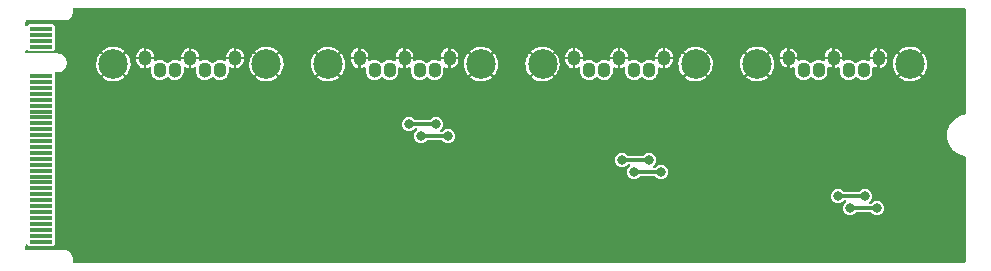
<source format=gbl>
G04 #@! TF.GenerationSoftware,KiCad,Pcbnew,(6.0.5)*
G04 #@! TF.CreationDate,2022-11-10T21:30:45-03:00*
G04 #@! TF.ProjectId,m2sata,6d327361-7461-42e6-9b69-6361645f7063,rev?*
G04 #@! TF.SameCoordinates,Original*
G04 #@! TF.FileFunction,Copper,L2,Bot*
G04 #@! TF.FilePolarity,Positive*
%FSLAX46Y46*%
G04 Gerber Fmt 4.6, Leading zero omitted, Abs format (unit mm)*
G04 Created by KiCad (PCBNEW (6.0.5)) date 2022-11-10 21:30:45*
%MOMM*%
%LPD*%
G01*
G04 APERTURE LIST*
G04 #@! TA.AperFunction,SMDPad,CuDef*
%ADD10R,1.950000X0.350000*%
G04 #@! TD*
G04 #@! TA.AperFunction,ComponentPad*
%ADD11O,1.100000X1.300000*%
G04 #@! TD*
G04 #@! TA.AperFunction,ComponentPad*
%ADD12C,2.500000*%
G04 #@! TD*
G04 #@! TA.AperFunction,ViaPad*
%ADD13C,0.800000*%
G04 #@! TD*
G04 #@! TA.AperFunction,Conductor*
%ADD14C,0.300000*%
G04 #@! TD*
G04 APERTURE END LIST*
D10*
X99150000Y-109000000D03*
X99150000Y-108500000D03*
X99150000Y-108000000D03*
X99150000Y-107500000D03*
X99150000Y-107000000D03*
X99150000Y-106500000D03*
X99150000Y-106000000D03*
X99150000Y-105500000D03*
X99150000Y-105000000D03*
X99150000Y-104500000D03*
X99150000Y-104000000D03*
X99150000Y-103500000D03*
X99150000Y-103000000D03*
X99150000Y-102500000D03*
X99150000Y-102000000D03*
X99150000Y-101500000D03*
X99150000Y-101000000D03*
X99150000Y-100500000D03*
X99150000Y-100000000D03*
X99150000Y-99500000D03*
X99150000Y-99000000D03*
X99150000Y-98500000D03*
X99150000Y-98000000D03*
X99150000Y-97500000D03*
X99150000Y-97000000D03*
X99150000Y-96500000D03*
X99150000Y-96000000D03*
X99150000Y-95500000D03*
X99150000Y-95000000D03*
X99150000Y-92500000D03*
X99150000Y-92000000D03*
X99150000Y-91500000D03*
X99150000Y-91000000D03*
D11*
X162447238Y-93473494D03*
X163717238Y-94473494D03*
X164987238Y-94473494D03*
X166257238Y-93473494D03*
X167527238Y-94473494D03*
X168797238Y-94473494D03*
X170067238Y-93473494D03*
D12*
X172737238Y-93973494D03*
X159777238Y-93973494D03*
D11*
X107950000Y-93480000D03*
X109220000Y-94480000D03*
X110490000Y-94480000D03*
X111760000Y-93480000D03*
X113030000Y-94480000D03*
X114300000Y-94480000D03*
X115570000Y-93480000D03*
D12*
X118240000Y-93980000D03*
X105280000Y-93980000D03*
D11*
X144281492Y-93480000D03*
X145551492Y-94480000D03*
X146821492Y-94480000D03*
X148091492Y-93480000D03*
X149361492Y-94480000D03*
X150631492Y-94480000D03*
X151901492Y-93480000D03*
D12*
X154571492Y-93980000D03*
X141611492Y-93980000D03*
D11*
X126115746Y-93480000D03*
X127385746Y-94480000D03*
X128655746Y-94480000D03*
X129925746Y-93480000D03*
X131195746Y-94480000D03*
X132465746Y-94480000D03*
X133735746Y-93480000D03*
D12*
X136405746Y-93980000D03*
X123445746Y-93980000D03*
D13*
X115000000Y-97500000D03*
X125000000Y-110000000D03*
X175000000Y-110000000D03*
X115000000Y-90000000D03*
X165354000Y-104902000D03*
X112500000Y-90000000D03*
X142500000Y-110000000D03*
X155000000Y-97500000D03*
X102500000Y-110000000D03*
X110000000Y-90000000D03*
X127500000Y-90000000D03*
X112500000Y-110000000D03*
X122500000Y-97500000D03*
X160000000Y-97500000D03*
X137500000Y-100000000D03*
X132500000Y-90000000D03*
X144780000Y-102616000D03*
X125000000Y-90000000D03*
X135000000Y-100000000D03*
X132500000Y-110000000D03*
X105000000Y-110000000D03*
X162500000Y-110000000D03*
X160020000Y-104902000D03*
X165354000Y-100076000D03*
X165000000Y-110000000D03*
X150000000Y-110000000D03*
X115000000Y-110000000D03*
X120000000Y-97500000D03*
X102500000Y-92500000D03*
X157500000Y-90000000D03*
X170000000Y-110000000D03*
X107500000Y-110000000D03*
X140000000Y-100000000D03*
X135000000Y-110000000D03*
X157500000Y-100000000D03*
X152500000Y-90000000D03*
X135000000Y-97500000D03*
X165354000Y-102362000D03*
X172500000Y-90000000D03*
X162500000Y-90000000D03*
X120000000Y-90000000D03*
X170000000Y-90000000D03*
X110000000Y-110000000D03*
X137500000Y-90000000D03*
X137500000Y-97500000D03*
X142500000Y-90000000D03*
X155000000Y-110000000D03*
X172500000Y-97500000D03*
X162560000Y-104902000D03*
X152500000Y-110000000D03*
X175000000Y-90000000D03*
X122500000Y-110000000D03*
X145000000Y-90000000D03*
X102500000Y-90000000D03*
X107500000Y-90000000D03*
X175000000Y-105000000D03*
X155000000Y-90000000D03*
X145000000Y-110000000D03*
X140000000Y-110000000D03*
X102500000Y-95000000D03*
X135000000Y-90000000D03*
X160000000Y-90000000D03*
X169926000Y-102362000D03*
X147500000Y-90000000D03*
X105000000Y-90000000D03*
X175000000Y-107500000D03*
X150000000Y-90000000D03*
X147320000Y-100076000D03*
X140000000Y-97500000D03*
X170000000Y-97500000D03*
X130000000Y-90000000D03*
X122500000Y-90000000D03*
X127500000Y-110000000D03*
X162560000Y-102362000D03*
X152500000Y-97500000D03*
X127508000Y-100076000D03*
X120000000Y-110000000D03*
X175000000Y-97500000D03*
X165000000Y-90000000D03*
X117500000Y-90000000D03*
X157500000Y-110000000D03*
X155000000Y-102500000D03*
X167500000Y-110000000D03*
X170000000Y-100000000D03*
X130000000Y-110000000D03*
X175000000Y-102500000D03*
X147500000Y-110000000D03*
X117500000Y-97500000D03*
X140000000Y-90000000D03*
X137500000Y-110000000D03*
X172500000Y-110000000D03*
X142500000Y-97500000D03*
X157500000Y-97500000D03*
X130048000Y-97536000D03*
X152500000Y-100000000D03*
X117500000Y-110000000D03*
X125000000Y-97500000D03*
X175000000Y-95000000D03*
X160000000Y-110000000D03*
X167500000Y-90000000D03*
X175000000Y-92500000D03*
X166370000Y-97536000D03*
X175000000Y-100000000D03*
X132588000Y-99060000D03*
X130302000Y-99060000D03*
X133604000Y-100076000D03*
X131320000Y-100074000D03*
X150620000Y-102106000D03*
X148334000Y-102106000D03*
X149350000Y-103122000D03*
X151636000Y-103122000D03*
X168908000Y-105155000D03*
X166622000Y-105155000D03*
X167640000Y-106173000D03*
X169924000Y-106171000D03*
D14*
X130302000Y-99060000D02*
X132588000Y-99060000D01*
X133604000Y-100076000D02*
X131322000Y-100076000D01*
X148334000Y-102106000D02*
X150620000Y-102106000D01*
X149350000Y-103122000D02*
X151636000Y-103122000D01*
X168908000Y-105155000D02*
X166622000Y-105155000D01*
X167640000Y-106173000D02*
X169922000Y-106173000D01*
X169922000Y-106173000D02*
X169924000Y-106171000D01*
G04 #@! TA.AperFunction,Conductor*
G36*
X177383691Y-89219407D02*
G01*
X177419655Y-89268907D01*
X177424500Y-89299500D01*
X177424500Y-98172397D01*
X177405593Y-98230588D01*
X177356093Y-98266552D01*
X177346546Y-98269135D01*
X177130568Y-98316118D01*
X176895959Y-98403622D01*
X176676191Y-98523624D01*
X176630719Y-98557664D01*
X176479631Y-98670767D01*
X176475738Y-98673681D01*
X176298681Y-98850738D01*
X176148624Y-99051191D01*
X176028622Y-99270959D01*
X176014019Y-99310112D01*
X175946091Y-99492236D01*
X175941118Y-99505568D01*
X175887892Y-99750242D01*
X175870029Y-100000000D01*
X175887892Y-100249758D01*
X175941118Y-100494432D01*
X176028622Y-100729041D01*
X176148624Y-100948809D01*
X176298681Y-101149262D01*
X176475738Y-101326319D01*
X176478565Y-101328435D01*
X176478567Y-101328437D01*
X176504887Y-101348140D01*
X176676191Y-101476376D01*
X176895959Y-101596378D01*
X176899266Y-101597611D01*
X176899265Y-101597611D01*
X177114042Y-101677718D01*
X177130568Y-101683882D01*
X177346544Y-101730865D01*
X177399386Y-101761710D01*
X177424006Y-101817724D01*
X177424500Y-101827603D01*
X177424500Y-110700500D01*
X177405593Y-110758691D01*
X177356093Y-110794655D01*
X177325500Y-110799500D01*
X101924500Y-110799500D01*
X101866309Y-110780593D01*
X101830345Y-110731093D01*
X101825500Y-110700500D01*
X101825500Y-110459281D01*
X101828057Y-110436926D01*
X101829388Y-110431183D01*
X101830655Y-110425718D01*
X101830656Y-110425000D01*
X101828935Y-110417458D01*
X101826933Y-110405144D01*
X101815841Y-110292520D01*
X101815841Y-110292519D01*
X101815364Y-110287678D01*
X101775309Y-110155633D01*
X101759227Y-110125545D01*
X101728223Y-110067543D01*
X101710262Y-110033940D01*
X101622725Y-109927275D01*
X101516060Y-109839738D01*
X101394367Y-109774691D01*
X101262322Y-109734636D01*
X101257483Y-109734159D01*
X101257481Y-109734159D01*
X101145896Y-109723169D01*
X101133248Y-109721090D01*
X101131184Y-109720612D01*
X101131183Y-109720612D01*
X101125718Y-109719345D01*
X101125000Y-109719344D01*
X101119548Y-109720588D01*
X101119545Y-109720588D01*
X101113266Y-109722020D01*
X101091248Y-109724500D01*
X97924500Y-109724500D01*
X97866309Y-109705593D01*
X97830345Y-109656093D01*
X97825500Y-109625500D01*
X97825500Y-109339185D01*
X97844407Y-109280994D01*
X97893907Y-109245030D01*
X97955093Y-109245030D01*
X98006815Y-109284183D01*
X98030448Y-109319552D01*
X98096769Y-109363867D01*
X98106332Y-109365769D01*
X98106334Y-109365770D01*
X98129005Y-109370279D01*
X98155252Y-109375500D01*
X100144748Y-109375500D01*
X100170995Y-109370279D01*
X100193666Y-109365770D01*
X100193668Y-109365769D01*
X100203231Y-109363867D01*
X100269552Y-109319552D01*
X100313867Y-109253231D01*
X100325500Y-109194748D01*
X100325500Y-108805252D01*
X100318351Y-108769311D01*
X100318351Y-108730689D01*
X100325500Y-108694748D01*
X100325500Y-108305252D01*
X100318351Y-108269311D01*
X100318351Y-108230689D01*
X100325500Y-108194748D01*
X100325500Y-107805252D01*
X100318351Y-107769311D01*
X100318351Y-107730689D01*
X100325500Y-107694748D01*
X100325500Y-107305252D01*
X100318351Y-107269311D01*
X100318351Y-107230689D01*
X100325500Y-107194748D01*
X100325500Y-106805252D01*
X100318351Y-106769311D01*
X100318351Y-106730689D01*
X100325500Y-106694748D01*
X100325500Y-106305252D01*
X100318351Y-106269311D01*
X100318351Y-106230689D01*
X100325500Y-106194748D01*
X100325500Y-105805252D01*
X100318351Y-105769311D01*
X100318351Y-105730689D01*
X100325500Y-105694748D01*
X100325500Y-105305252D01*
X100318351Y-105269311D01*
X100318351Y-105230689D01*
X100325500Y-105194748D01*
X100325500Y-105155000D01*
X166016318Y-105155000D01*
X166036956Y-105311762D01*
X166097464Y-105457841D01*
X166193718Y-105583282D01*
X166319159Y-105679536D01*
X166465238Y-105740044D01*
X166622000Y-105760682D01*
X166778762Y-105740044D01*
X166924841Y-105679536D01*
X167050282Y-105583282D01*
X167080246Y-105544233D01*
X167130669Y-105509577D01*
X167158787Y-105505500D01*
X167231829Y-105505500D01*
X167290020Y-105524407D01*
X167325984Y-105573907D01*
X167325984Y-105635093D01*
X167292096Y-105683042D01*
X167211718Y-105744718D01*
X167115464Y-105870159D01*
X167054956Y-106016238D01*
X167034318Y-106173000D01*
X167054956Y-106329762D01*
X167115464Y-106475841D01*
X167211718Y-106601282D01*
X167337159Y-106697536D01*
X167483238Y-106758044D01*
X167640000Y-106778682D01*
X167796762Y-106758044D01*
X167942841Y-106697536D01*
X168068282Y-106601282D01*
X168098246Y-106562233D01*
X168148669Y-106527577D01*
X168176787Y-106523500D01*
X169388748Y-106523500D01*
X169446939Y-106542407D01*
X169467288Y-106562231D01*
X169495718Y-106599282D01*
X169621159Y-106695536D01*
X169630751Y-106699509D01*
X169752647Y-106750000D01*
X169767238Y-106756044D01*
X169924000Y-106776682D01*
X170080762Y-106756044D01*
X170095354Y-106750000D01*
X170217249Y-106699509D01*
X170226841Y-106695536D01*
X170352282Y-106599282D01*
X170448536Y-106473841D01*
X170509044Y-106327762D01*
X170529682Y-106171000D01*
X170509044Y-106014238D01*
X170448536Y-105868159D01*
X170352282Y-105742718D01*
X170226841Y-105646464D01*
X170080762Y-105585956D01*
X169924000Y-105565318D01*
X169767238Y-105585956D01*
X169621159Y-105646464D01*
X169495718Y-105742718D01*
X169491764Y-105747871D01*
X169464220Y-105783767D01*
X169413796Y-105818423D01*
X169385678Y-105822500D01*
X169316171Y-105822500D01*
X169257980Y-105803593D01*
X169222016Y-105754093D01*
X169222016Y-105692907D01*
X169255904Y-105644958D01*
X169331129Y-105587236D01*
X169336282Y-105583282D01*
X169432536Y-105457841D01*
X169493044Y-105311762D01*
X169513682Y-105155000D01*
X169493044Y-104998238D01*
X169432536Y-104852159D01*
X169336282Y-104726718D01*
X169210841Y-104630464D01*
X169064762Y-104569956D01*
X168908000Y-104549318D01*
X168751238Y-104569956D01*
X168605159Y-104630464D01*
X168479718Y-104726718D01*
X168475764Y-104731871D01*
X168449755Y-104765767D01*
X168399331Y-104800423D01*
X168371213Y-104804500D01*
X167158787Y-104804500D01*
X167100596Y-104785593D01*
X167080245Y-104765767D01*
X167054236Y-104731871D01*
X167050282Y-104726718D01*
X166924841Y-104630464D01*
X166778762Y-104569956D01*
X166622000Y-104549318D01*
X166465238Y-104569956D01*
X166319159Y-104630464D01*
X166193718Y-104726718D01*
X166097464Y-104852159D01*
X166036956Y-104998238D01*
X166016318Y-105155000D01*
X100325500Y-105155000D01*
X100325500Y-104805252D01*
X100318351Y-104769311D01*
X100318351Y-104730689D01*
X100325500Y-104694748D01*
X100325500Y-104305252D01*
X100318351Y-104269311D01*
X100318351Y-104230689D01*
X100325500Y-104194748D01*
X100325500Y-103805252D01*
X100318351Y-103769311D01*
X100318351Y-103730689D01*
X100325500Y-103694748D01*
X100325500Y-103305252D01*
X100318351Y-103269311D01*
X100318351Y-103230689D01*
X100325500Y-103194748D01*
X100325500Y-102805252D01*
X100318351Y-102769311D01*
X100318351Y-102730689D01*
X100325500Y-102694748D01*
X100325500Y-102305252D01*
X100318351Y-102269311D01*
X100318351Y-102230689D01*
X100325500Y-102194748D01*
X100325500Y-102106000D01*
X147728318Y-102106000D01*
X147748956Y-102262762D01*
X147809464Y-102408841D01*
X147905718Y-102534282D01*
X148031159Y-102630536D01*
X148177238Y-102691044D01*
X148334000Y-102711682D01*
X148490762Y-102691044D01*
X148636841Y-102630536D01*
X148762282Y-102534282D01*
X148792246Y-102495233D01*
X148842669Y-102460577D01*
X148870787Y-102456500D01*
X148939222Y-102456500D01*
X148997413Y-102475407D01*
X149033377Y-102524907D01*
X149033377Y-102586093D01*
X148999491Y-102634041D01*
X148921718Y-102693718D01*
X148825464Y-102819159D01*
X148764956Y-102965238D01*
X148744318Y-103122000D01*
X148764956Y-103278762D01*
X148825464Y-103424841D01*
X148921718Y-103550282D01*
X149047159Y-103646536D01*
X149193238Y-103707044D01*
X149350000Y-103727682D01*
X149506762Y-103707044D01*
X149652841Y-103646536D01*
X149778282Y-103550282D01*
X149808246Y-103511233D01*
X149858669Y-103476577D01*
X149886787Y-103472500D01*
X151099213Y-103472500D01*
X151157404Y-103491407D01*
X151177754Y-103511232D01*
X151207718Y-103550282D01*
X151333159Y-103646536D01*
X151479238Y-103707044D01*
X151636000Y-103727682D01*
X151792762Y-103707044D01*
X151938841Y-103646536D01*
X152064282Y-103550282D01*
X152160536Y-103424841D01*
X152221044Y-103278762D01*
X152241682Y-103122000D01*
X152221044Y-102965238D01*
X152160536Y-102819159D01*
X152064282Y-102693718D01*
X151938841Y-102597464D01*
X151792762Y-102536956D01*
X151636000Y-102516318D01*
X151479238Y-102536956D01*
X151333159Y-102597464D01*
X151207718Y-102693718D01*
X151179353Y-102730685D01*
X151177755Y-102732767D01*
X151127331Y-102767423D01*
X151099213Y-102771500D01*
X151030778Y-102771500D01*
X150972587Y-102752593D01*
X150936623Y-102703093D01*
X150936623Y-102641907D01*
X150970509Y-102593959D01*
X151048282Y-102534282D01*
X151144536Y-102408841D01*
X151205044Y-102262762D01*
X151225682Y-102106000D01*
X151205044Y-101949238D01*
X151144536Y-101803159D01*
X151048282Y-101677718D01*
X150922841Y-101581464D01*
X150776762Y-101520956D01*
X150620000Y-101500318D01*
X150463238Y-101520956D01*
X150317159Y-101581464D01*
X150191718Y-101677718D01*
X150178651Y-101694748D01*
X150161755Y-101716767D01*
X150111331Y-101751423D01*
X150083213Y-101755500D01*
X148870787Y-101755500D01*
X148812596Y-101736593D01*
X148792245Y-101716767D01*
X148775350Y-101694748D01*
X148762282Y-101677718D01*
X148636841Y-101581464D01*
X148490762Y-101520956D01*
X148334000Y-101500318D01*
X148177238Y-101520956D01*
X148031159Y-101581464D01*
X147905718Y-101677718D01*
X147809464Y-101803159D01*
X147748956Y-101949238D01*
X147728318Y-102106000D01*
X100325500Y-102106000D01*
X100325500Y-101805252D01*
X100318351Y-101769311D01*
X100318351Y-101730689D01*
X100325500Y-101694748D01*
X100325500Y-101305252D01*
X100318351Y-101269311D01*
X100318351Y-101230689D01*
X100325500Y-101194748D01*
X100325500Y-100805252D01*
X100318351Y-100769311D01*
X100318351Y-100730689D01*
X100325500Y-100694748D01*
X100325500Y-100305252D01*
X100318351Y-100269311D01*
X100318351Y-100230689D01*
X100325500Y-100194748D01*
X100325500Y-99805252D01*
X100318351Y-99769311D01*
X100318351Y-99730689D01*
X100325500Y-99694748D01*
X100325500Y-99305252D01*
X100318351Y-99269311D01*
X100318351Y-99230689D01*
X100325500Y-99194748D01*
X100325500Y-99060000D01*
X129696318Y-99060000D01*
X129716956Y-99216762D01*
X129777464Y-99362841D01*
X129873718Y-99488282D01*
X129999159Y-99584536D01*
X130145238Y-99645044D01*
X130302000Y-99665682D01*
X130458762Y-99645044D01*
X130604841Y-99584536D01*
X130730282Y-99488282D01*
X130760246Y-99449233D01*
X130810669Y-99414577D01*
X130838787Y-99410500D01*
X130906616Y-99410500D01*
X130964807Y-99429407D01*
X131000771Y-99478907D01*
X131000771Y-99540093D01*
X130966883Y-99588042D01*
X130891718Y-99645718D01*
X130795464Y-99771159D01*
X130734956Y-99917238D01*
X130714318Y-100074000D01*
X130734956Y-100230762D01*
X130795464Y-100376841D01*
X130891718Y-100502282D01*
X131017159Y-100598536D01*
X131163238Y-100659044D01*
X131320000Y-100679682D01*
X131476762Y-100659044D01*
X131622841Y-100598536D01*
X131748282Y-100502282D01*
X131776710Y-100465233D01*
X131827133Y-100430577D01*
X131855252Y-100426500D01*
X133067213Y-100426500D01*
X133125404Y-100445407D01*
X133145754Y-100465232D01*
X133175718Y-100504282D01*
X133301159Y-100600536D01*
X133447238Y-100661044D01*
X133604000Y-100681682D01*
X133760762Y-100661044D01*
X133906841Y-100600536D01*
X134032282Y-100504282D01*
X134128536Y-100378841D01*
X134189044Y-100232762D01*
X134209682Y-100076000D01*
X134189044Y-99919238D01*
X134128536Y-99773159D01*
X134032282Y-99647718D01*
X133906841Y-99551464D01*
X133760762Y-99490956D01*
X133604000Y-99470318D01*
X133447238Y-99490956D01*
X133301159Y-99551464D01*
X133175718Y-99647718D01*
X133171764Y-99652871D01*
X133145755Y-99686767D01*
X133095331Y-99721423D01*
X133067213Y-99725500D01*
X132998778Y-99725500D01*
X132940587Y-99706593D01*
X132904623Y-99657093D01*
X132904623Y-99595907D01*
X132938509Y-99547959D01*
X133016282Y-99488282D01*
X133112536Y-99362841D01*
X133173044Y-99216762D01*
X133193682Y-99060000D01*
X133173044Y-98903238D01*
X133112536Y-98757159D01*
X133016282Y-98631718D01*
X132890841Y-98535464D01*
X132744762Y-98474956D01*
X132588000Y-98454318D01*
X132431238Y-98474956D01*
X132285159Y-98535464D01*
X132159718Y-98631718D01*
X132155764Y-98636871D01*
X132129755Y-98670767D01*
X132079331Y-98705423D01*
X132051213Y-98709500D01*
X130838787Y-98709500D01*
X130780596Y-98690593D01*
X130760245Y-98670767D01*
X130734236Y-98636871D01*
X130730282Y-98631718D01*
X130604841Y-98535464D01*
X130458762Y-98474956D01*
X130302000Y-98454318D01*
X130145238Y-98474956D01*
X129999159Y-98535464D01*
X129873718Y-98631718D01*
X129777464Y-98757159D01*
X129716956Y-98903238D01*
X129696318Y-99060000D01*
X100325500Y-99060000D01*
X100325500Y-98805252D01*
X100318351Y-98769311D01*
X100318351Y-98730689D01*
X100325500Y-98694748D01*
X100325500Y-98305252D01*
X100318351Y-98269311D01*
X100318351Y-98230689D01*
X100325500Y-98194748D01*
X100325500Y-97805252D01*
X100318351Y-97769311D01*
X100318351Y-97730689D01*
X100325500Y-97694748D01*
X100325500Y-97305252D01*
X100318351Y-97269311D01*
X100318351Y-97230689D01*
X100325500Y-97194748D01*
X100325500Y-96805252D01*
X100318351Y-96769311D01*
X100318351Y-96730689D01*
X100325500Y-96694748D01*
X100325500Y-96305252D01*
X100318351Y-96269311D01*
X100318351Y-96230689D01*
X100325500Y-96194748D01*
X100325500Y-95805252D01*
X100318351Y-95769311D01*
X100318351Y-95730689D01*
X100325500Y-95694748D01*
X100325500Y-95305252D01*
X100318351Y-95269311D01*
X100318351Y-95230689D01*
X100325500Y-95194748D01*
X100325500Y-95077917D01*
X104336404Y-95077917D01*
X104336844Y-95080696D01*
X104339144Y-95083572D01*
X104442342Y-95169249D01*
X104448971Y-95173890D01*
X104647825Y-95290090D01*
X104655121Y-95293586D01*
X104870283Y-95375749D01*
X104878053Y-95378007D01*
X105103743Y-95423924D01*
X105111787Y-95424883D01*
X105341949Y-95433322D01*
X105350025Y-95432956D01*
X105578484Y-95403689D01*
X105586393Y-95402007D01*
X105806987Y-95335826D01*
X105814535Y-95332868D01*
X106021356Y-95231548D01*
X106028315Y-95227399D01*
X106215816Y-95093658D01*
X106220167Y-95089980D01*
X106225954Y-95078672D01*
X106225169Y-95073661D01*
X105291086Y-94139578D01*
X105279203Y-94133524D01*
X105274172Y-94134320D01*
X104342458Y-95066034D01*
X104336404Y-95077917D01*
X100325500Y-95077917D01*
X100325500Y-94805252D01*
X100323225Y-94793813D01*
X100330417Y-94733051D01*
X100371951Y-94688122D01*
X100420323Y-94675500D01*
X100490719Y-94675500D01*
X100513074Y-94678057D01*
X100524282Y-94680655D01*
X100525000Y-94680656D01*
X100530445Y-94679414D01*
X100536007Y-94678792D01*
X100536009Y-94678810D01*
X100536964Y-94678652D01*
X100628842Y-94668995D01*
X100692350Y-94662320D01*
X100697277Y-94660719D01*
X100697282Y-94660718D01*
X100847456Y-94611923D01*
X100847457Y-94611922D01*
X100852386Y-94610321D01*
X100856874Y-94607730D01*
X100856876Y-94607729D01*
X100993623Y-94528778D01*
X100993624Y-94528777D01*
X100998114Y-94526185D01*
X101123164Y-94413589D01*
X101222072Y-94277455D01*
X101262590Y-94186450D01*
X101288405Y-94128469D01*
X101288406Y-94128465D01*
X101290514Y-94123731D01*
X101325500Y-93959136D01*
X101325500Y-93948504D01*
X103825699Y-93948504D01*
X103838958Y-94178444D01*
X103840083Y-94186450D01*
X103890717Y-94411130D01*
X103893140Y-94418864D01*
X103979785Y-94632245D01*
X103983439Y-94639479D01*
X104103775Y-94835848D01*
X104108558Y-94842384D01*
X104172820Y-94916570D01*
X104184242Y-94923460D01*
X104187598Y-94923173D01*
X104189854Y-94921654D01*
X105120422Y-93991086D01*
X105125664Y-93980797D01*
X105433524Y-93980797D01*
X105434320Y-93985828D01*
X106368650Y-94920158D01*
X106380533Y-94926212D01*
X106385510Y-94925424D01*
X106390384Y-94919697D01*
X106524781Y-94732664D01*
X106528953Y-94725721D01*
X106630996Y-94519252D01*
X106633976Y-94511728D01*
X106700930Y-94291355D01*
X106702640Y-94283442D01*
X106732887Y-94053694D01*
X106733297Y-94048430D01*
X106734904Y-93982641D01*
X106734753Y-93977371D01*
X106715765Y-93746413D01*
X106714443Y-93738427D01*
X106684929Y-93620929D01*
X107200000Y-93620929D01*
X107200332Y-93626641D01*
X107214480Y-93747995D01*
X107217111Y-93759123D01*
X107272856Y-93912698D01*
X107277974Y-93922919D01*
X107367554Y-94059550D01*
X107374887Y-94068320D01*
X107493496Y-94180679D01*
X107502648Y-94187526D01*
X107643926Y-94269588D01*
X107654407Y-94274145D01*
X107810777Y-94321505D01*
X107822025Y-94323528D01*
X107829349Y-94323983D01*
X107842266Y-94320654D01*
X107844573Y-94317860D01*
X107845000Y-94315619D01*
X107845000Y-94307296D01*
X108055000Y-94307296D01*
X108059122Y-94319981D01*
X108059726Y-94320420D01*
X108066873Y-94320936D01*
X108157527Y-94305358D01*
X108168493Y-94302131D01*
X108318832Y-94238161D01*
X108321449Y-94236668D01*
X108323185Y-94236308D01*
X108324124Y-94235909D01*
X108324204Y-94236097D01*
X108381363Y-94224260D01*
X108437128Y-94249438D01*
X108467443Y-94302586D01*
X108469500Y-94322662D01*
X108469500Y-94623822D01*
X108484657Y-94753828D01*
X108544369Y-94918331D01*
X108547522Y-94923140D01*
X108547524Y-94923144D01*
X108582592Y-94976631D01*
X108640323Y-95064685D01*
X108644492Y-95068634D01*
X108644495Y-95068638D01*
X108705165Y-95126111D01*
X108767372Y-95185040D01*
X108772342Y-95187927D01*
X108772345Y-95187929D01*
X108879209Y-95250000D01*
X108918702Y-95272939D01*
X108986873Y-95293586D01*
X109080688Y-95322000D01*
X109080690Y-95322000D01*
X109086193Y-95323667D01*
X109214049Y-95331599D01*
X109255122Y-95334147D01*
X109255123Y-95334147D01*
X109260862Y-95334503D01*
X109433340Y-95304866D01*
X109594373Y-95236346D01*
X109735324Y-95132617D01*
X109739047Y-95128235D01*
X109739049Y-95128233D01*
X109777674Y-95082768D01*
X109829759Y-95050662D01*
X109890768Y-95055303D01*
X109921205Y-95074994D01*
X110037372Y-95185040D01*
X110042342Y-95187927D01*
X110042345Y-95187929D01*
X110149209Y-95250000D01*
X110188702Y-95272939D01*
X110256873Y-95293586D01*
X110350688Y-95322000D01*
X110350690Y-95322000D01*
X110356193Y-95323667D01*
X110484049Y-95331599D01*
X110525122Y-95334147D01*
X110525123Y-95334147D01*
X110530862Y-95334503D01*
X110703340Y-95304866D01*
X110864373Y-95236346D01*
X111005324Y-95132617D01*
X111009047Y-95128235D01*
X111009049Y-95128233D01*
X111114906Y-95003631D01*
X111114907Y-95003630D01*
X111118632Y-94999245D01*
X111198219Y-94843384D01*
X111210349Y-94793813D01*
X111238768Y-94677674D01*
X111238768Y-94677671D01*
X111239815Y-94673394D01*
X111240500Y-94662352D01*
X111240500Y-94336178D01*
X111239564Y-94328151D01*
X111251602Y-94268162D01*
X111296602Y-94226705D01*
X111357375Y-94219616D01*
X111387622Y-94231075D01*
X111453926Y-94269588D01*
X111464407Y-94274145D01*
X111620777Y-94321505D01*
X111632025Y-94323528D01*
X111639349Y-94323983D01*
X111652266Y-94320654D01*
X111654573Y-94317860D01*
X111655000Y-94315619D01*
X111655000Y-94307296D01*
X111865000Y-94307296D01*
X111869122Y-94319981D01*
X111869726Y-94320420D01*
X111876873Y-94320936D01*
X111967527Y-94305358D01*
X111978493Y-94302131D01*
X112128832Y-94238161D01*
X112131449Y-94236668D01*
X112133185Y-94236308D01*
X112134124Y-94235909D01*
X112134204Y-94236097D01*
X112191363Y-94224260D01*
X112247128Y-94249438D01*
X112277443Y-94302586D01*
X112279500Y-94322662D01*
X112279500Y-94623822D01*
X112294657Y-94753828D01*
X112354369Y-94918331D01*
X112357522Y-94923140D01*
X112357524Y-94923144D01*
X112392592Y-94976631D01*
X112450323Y-95064685D01*
X112454492Y-95068634D01*
X112454495Y-95068638D01*
X112515165Y-95126111D01*
X112577372Y-95185040D01*
X112582342Y-95187927D01*
X112582345Y-95187929D01*
X112689209Y-95250000D01*
X112728702Y-95272939D01*
X112796873Y-95293586D01*
X112890688Y-95322000D01*
X112890690Y-95322000D01*
X112896193Y-95323667D01*
X113024049Y-95331599D01*
X113065122Y-95334147D01*
X113065123Y-95334147D01*
X113070862Y-95334503D01*
X113243340Y-95304866D01*
X113404373Y-95236346D01*
X113545324Y-95132617D01*
X113549047Y-95128235D01*
X113549049Y-95128233D01*
X113587674Y-95082768D01*
X113639759Y-95050662D01*
X113700768Y-95055303D01*
X113731205Y-95074994D01*
X113847372Y-95185040D01*
X113852342Y-95187927D01*
X113852345Y-95187929D01*
X113959209Y-95250000D01*
X113998702Y-95272939D01*
X114066873Y-95293586D01*
X114160688Y-95322000D01*
X114160690Y-95322000D01*
X114166193Y-95323667D01*
X114294049Y-95331599D01*
X114335122Y-95334147D01*
X114335123Y-95334147D01*
X114340862Y-95334503D01*
X114513340Y-95304866D01*
X114674373Y-95236346D01*
X114815324Y-95132617D01*
X114819047Y-95128235D01*
X114819049Y-95128233D01*
X114861796Y-95077917D01*
X117296404Y-95077917D01*
X117296844Y-95080696D01*
X117299144Y-95083572D01*
X117402342Y-95169249D01*
X117408971Y-95173890D01*
X117607825Y-95290090D01*
X117615121Y-95293586D01*
X117830283Y-95375749D01*
X117838053Y-95378007D01*
X118063743Y-95423924D01*
X118071787Y-95424883D01*
X118301949Y-95433322D01*
X118310025Y-95432956D01*
X118538484Y-95403689D01*
X118546393Y-95402007D01*
X118766987Y-95335826D01*
X118774535Y-95332868D01*
X118981356Y-95231548D01*
X118988315Y-95227399D01*
X119175816Y-95093658D01*
X119180167Y-95089980D01*
X119185954Y-95078672D01*
X119185836Y-95077917D01*
X122502150Y-95077917D01*
X122502590Y-95080696D01*
X122504890Y-95083572D01*
X122608088Y-95169249D01*
X122614717Y-95173890D01*
X122813571Y-95290090D01*
X122820867Y-95293586D01*
X123036029Y-95375749D01*
X123043799Y-95378007D01*
X123269489Y-95423924D01*
X123277533Y-95424883D01*
X123507695Y-95433322D01*
X123515771Y-95432956D01*
X123744230Y-95403689D01*
X123752139Y-95402007D01*
X123972733Y-95335826D01*
X123980281Y-95332868D01*
X124187102Y-95231548D01*
X124194061Y-95227399D01*
X124381562Y-95093658D01*
X124385913Y-95089980D01*
X124391700Y-95078672D01*
X124390915Y-95073661D01*
X123456832Y-94139578D01*
X123444949Y-94133524D01*
X123439918Y-94134320D01*
X122508204Y-95066034D01*
X122502150Y-95077917D01*
X119185836Y-95077917D01*
X119185169Y-95073661D01*
X118251086Y-94139578D01*
X118239203Y-94133524D01*
X118234172Y-94134320D01*
X117302458Y-95066034D01*
X117296404Y-95077917D01*
X114861796Y-95077917D01*
X114924906Y-95003631D01*
X114924907Y-95003630D01*
X114928632Y-94999245D01*
X115008219Y-94843384D01*
X115020349Y-94793813D01*
X115048768Y-94677674D01*
X115048768Y-94677671D01*
X115049815Y-94673394D01*
X115050500Y-94662352D01*
X115050500Y-94336178D01*
X115049564Y-94328151D01*
X115061602Y-94268162D01*
X115106602Y-94226705D01*
X115167375Y-94219616D01*
X115197622Y-94231075D01*
X115263926Y-94269588D01*
X115274407Y-94274145D01*
X115430777Y-94321505D01*
X115442025Y-94323528D01*
X115449349Y-94323983D01*
X115462266Y-94320654D01*
X115464573Y-94317860D01*
X115465000Y-94315619D01*
X115465000Y-94307296D01*
X115675000Y-94307296D01*
X115679122Y-94319981D01*
X115679726Y-94320420D01*
X115686873Y-94320936D01*
X115777527Y-94305358D01*
X115788493Y-94302131D01*
X115938834Y-94238160D01*
X115948753Y-94232502D01*
X116080349Y-94135659D01*
X116088706Y-94127866D01*
X116194488Y-94003352D01*
X116200831Y-93993840D01*
X116223981Y-93948504D01*
X116785699Y-93948504D01*
X116798958Y-94178444D01*
X116800083Y-94186450D01*
X116850717Y-94411130D01*
X116853140Y-94418864D01*
X116939785Y-94632245D01*
X116943439Y-94639479D01*
X117063775Y-94835848D01*
X117068558Y-94842384D01*
X117132820Y-94916570D01*
X117144242Y-94923460D01*
X117147598Y-94923173D01*
X117149854Y-94921654D01*
X118080422Y-93991086D01*
X118085664Y-93980797D01*
X118393524Y-93980797D01*
X118394320Y-93985828D01*
X119328650Y-94920158D01*
X119340533Y-94926212D01*
X119345510Y-94925424D01*
X119350384Y-94919697D01*
X119484781Y-94732664D01*
X119488953Y-94725721D01*
X119590996Y-94519252D01*
X119593976Y-94511728D01*
X119660930Y-94291355D01*
X119662640Y-94283442D01*
X119692887Y-94053694D01*
X119693297Y-94048430D01*
X119694904Y-93982641D01*
X119694753Y-93977371D01*
X119692380Y-93948504D01*
X121991445Y-93948504D01*
X122004704Y-94178444D01*
X122005829Y-94186450D01*
X122056463Y-94411130D01*
X122058886Y-94418864D01*
X122145531Y-94632245D01*
X122149185Y-94639479D01*
X122269521Y-94835848D01*
X122274304Y-94842384D01*
X122338566Y-94916570D01*
X122349988Y-94923460D01*
X122353344Y-94923173D01*
X122355600Y-94921654D01*
X123286168Y-93991086D01*
X123291410Y-93980797D01*
X123599270Y-93980797D01*
X123600066Y-93985828D01*
X124534396Y-94920158D01*
X124546279Y-94926212D01*
X124551256Y-94925424D01*
X124556130Y-94919697D01*
X124690527Y-94732664D01*
X124694699Y-94725721D01*
X124796742Y-94519252D01*
X124799722Y-94511728D01*
X124866676Y-94291355D01*
X124868386Y-94283442D01*
X124898633Y-94053694D01*
X124899043Y-94048430D01*
X124900650Y-93982641D01*
X124900499Y-93977371D01*
X124881511Y-93746413D01*
X124880189Y-93738427D01*
X124850675Y-93620929D01*
X125365746Y-93620929D01*
X125366078Y-93626641D01*
X125380226Y-93747995D01*
X125382857Y-93759123D01*
X125438602Y-93912698D01*
X125443720Y-93922919D01*
X125533300Y-94059550D01*
X125540633Y-94068320D01*
X125659242Y-94180679D01*
X125668394Y-94187526D01*
X125809672Y-94269588D01*
X125820153Y-94274145D01*
X125976523Y-94321505D01*
X125987771Y-94323528D01*
X125995095Y-94323983D01*
X126008012Y-94320654D01*
X126010319Y-94317860D01*
X126010746Y-94315619D01*
X126010746Y-94307296D01*
X126220746Y-94307296D01*
X126224868Y-94319981D01*
X126225472Y-94320420D01*
X126232619Y-94320936D01*
X126323273Y-94305358D01*
X126334239Y-94302131D01*
X126484578Y-94238161D01*
X126487195Y-94236668D01*
X126488931Y-94236308D01*
X126489870Y-94235909D01*
X126489950Y-94236097D01*
X126547109Y-94224260D01*
X126602874Y-94249438D01*
X126633189Y-94302586D01*
X126635246Y-94322662D01*
X126635246Y-94623822D01*
X126650403Y-94753828D01*
X126710115Y-94918331D01*
X126713268Y-94923140D01*
X126713270Y-94923144D01*
X126748338Y-94976631D01*
X126806069Y-95064685D01*
X126810238Y-95068634D01*
X126810241Y-95068638D01*
X126870911Y-95126111D01*
X126933118Y-95185040D01*
X126938088Y-95187927D01*
X126938091Y-95187929D01*
X127044955Y-95250000D01*
X127084448Y-95272939D01*
X127152619Y-95293586D01*
X127246434Y-95322000D01*
X127246436Y-95322000D01*
X127251939Y-95323667D01*
X127379795Y-95331599D01*
X127420868Y-95334147D01*
X127420869Y-95334147D01*
X127426608Y-95334503D01*
X127599086Y-95304866D01*
X127760119Y-95236346D01*
X127901070Y-95132617D01*
X127904793Y-95128235D01*
X127904795Y-95128233D01*
X127943420Y-95082768D01*
X127995505Y-95050662D01*
X128056514Y-95055303D01*
X128086951Y-95074994D01*
X128203118Y-95185040D01*
X128208088Y-95187927D01*
X128208091Y-95187929D01*
X128314955Y-95250000D01*
X128354448Y-95272939D01*
X128422619Y-95293586D01*
X128516434Y-95322000D01*
X128516436Y-95322000D01*
X128521939Y-95323667D01*
X128649795Y-95331599D01*
X128690868Y-95334147D01*
X128690869Y-95334147D01*
X128696608Y-95334503D01*
X128869086Y-95304866D01*
X129030119Y-95236346D01*
X129171070Y-95132617D01*
X129174793Y-95128235D01*
X129174795Y-95128233D01*
X129280652Y-95003631D01*
X129280653Y-95003630D01*
X129284378Y-94999245D01*
X129363965Y-94843384D01*
X129376095Y-94793813D01*
X129404514Y-94677674D01*
X129404514Y-94677671D01*
X129405561Y-94673394D01*
X129406246Y-94662352D01*
X129406246Y-94336178D01*
X129405310Y-94328151D01*
X129417348Y-94268162D01*
X129462348Y-94226705D01*
X129523121Y-94219616D01*
X129553368Y-94231075D01*
X129619672Y-94269588D01*
X129630153Y-94274145D01*
X129786523Y-94321505D01*
X129797771Y-94323528D01*
X129805095Y-94323983D01*
X129818012Y-94320654D01*
X129820319Y-94317860D01*
X129820746Y-94315619D01*
X129820746Y-94307296D01*
X130030746Y-94307296D01*
X130034868Y-94319981D01*
X130035472Y-94320420D01*
X130042619Y-94320936D01*
X130133273Y-94305358D01*
X130144239Y-94302131D01*
X130294578Y-94238161D01*
X130297195Y-94236668D01*
X130298931Y-94236308D01*
X130299870Y-94235909D01*
X130299950Y-94236097D01*
X130357109Y-94224260D01*
X130412874Y-94249438D01*
X130443189Y-94302586D01*
X130445246Y-94322662D01*
X130445246Y-94623822D01*
X130460403Y-94753828D01*
X130520115Y-94918331D01*
X130523268Y-94923140D01*
X130523270Y-94923144D01*
X130558338Y-94976631D01*
X130616069Y-95064685D01*
X130620238Y-95068634D01*
X130620241Y-95068638D01*
X130680911Y-95126111D01*
X130743118Y-95185040D01*
X130748088Y-95187927D01*
X130748091Y-95187929D01*
X130854955Y-95250000D01*
X130894448Y-95272939D01*
X130962619Y-95293586D01*
X131056434Y-95322000D01*
X131056436Y-95322000D01*
X131061939Y-95323667D01*
X131189795Y-95331599D01*
X131230868Y-95334147D01*
X131230869Y-95334147D01*
X131236608Y-95334503D01*
X131409086Y-95304866D01*
X131570119Y-95236346D01*
X131711070Y-95132617D01*
X131714793Y-95128235D01*
X131714795Y-95128233D01*
X131753420Y-95082768D01*
X131805505Y-95050662D01*
X131866514Y-95055303D01*
X131896951Y-95074994D01*
X132013118Y-95185040D01*
X132018088Y-95187927D01*
X132018091Y-95187929D01*
X132124955Y-95250000D01*
X132164448Y-95272939D01*
X132232619Y-95293586D01*
X132326434Y-95322000D01*
X132326436Y-95322000D01*
X132331939Y-95323667D01*
X132459795Y-95331599D01*
X132500868Y-95334147D01*
X132500869Y-95334147D01*
X132506608Y-95334503D01*
X132679086Y-95304866D01*
X132840119Y-95236346D01*
X132981070Y-95132617D01*
X132984793Y-95128235D01*
X132984795Y-95128233D01*
X133027542Y-95077917D01*
X135462150Y-95077917D01*
X135462590Y-95080696D01*
X135464890Y-95083572D01*
X135568088Y-95169249D01*
X135574717Y-95173890D01*
X135773571Y-95290090D01*
X135780867Y-95293586D01*
X135996029Y-95375749D01*
X136003799Y-95378007D01*
X136229489Y-95423924D01*
X136237533Y-95424883D01*
X136467695Y-95433322D01*
X136475771Y-95432956D01*
X136704230Y-95403689D01*
X136712139Y-95402007D01*
X136932733Y-95335826D01*
X136940281Y-95332868D01*
X137147102Y-95231548D01*
X137154061Y-95227399D01*
X137341562Y-95093658D01*
X137345913Y-95089980D01*
X137351700Y-95078672D01*
X137351582Y-95077917D01*
X140667896Y-95077917D01*
X140668336Y-95080696D01*
X140670636Y-95083572D01*
X140773834Y-95169249D01*
X140780463Y-95173890D01*
X140979317Y-95290090D01*
X140986613Y-95293586D01*
X141201775Y-95375749D01*
X141209545Y-95378007D01*
X141435235Y-95423924D01*
X141443279Y-95424883D01*
X141673441Y-95433322D01*
X141681517Y-95432956D01*
X141909976Y-95403689D01*
X141917885Y-95402007D01*
X142138479Y-95335826D01*
X142146027Y-95332868D01*
X142352848Y-95231548D01*
X142359807Y-95227399D01*
X142547308Y-95093658D01*
X142551659Y-95089980D01*
X142557446Y-95078672D01*
X142556661Y-95073661D01*
X141622578Y-94139578D01*
X141610695Y-94133524D01*
X141605664Y-94134320D01*
X140673950Y-95066034D01*
X140667896Y-95077917D01*
X137351582Y-95077917D01*
X137350915Y-95073661D01*
X136416832Y-94139578D01*
X136404949Y-94133524D01*
X136399918Y-94134320D01*
X135468204Y-95066034D01*
X135462150Y-95077917D01*
X133027542Y-95077917D01*
X133090652Y-95003631D01*
X133090653Y-95003630D01*
X133094378Y-94999245D01*
X133173965Y-94843384D01*
X133186095Y-94793813D01*
X133214514Y-94677674D01*
X133214514Y-94677671D01*
X133215561Y-94673394D01*
X133216246Y-94662352D01*
X133216246Y-94336178D01*
X133215310Y-94328151D01*
X133227348Y-94268162D01*
X133272348Y-94226705D01*
X133333121Y-94219616D01*
X133363368Y-94231075D01*
X133429672Y-94269588D01*
X133440153Y-94274145D01*
X133596523Y-94321505D01*
X133607771Y-94323528D01*
X133615095Y-94323983D01*
X133628012Y-94320654D01*
X133630319Y-94317860D01*
X133630746Y-94315619D01*
X133630746Y-94307296D01*
X133840746Y-94307296D01*
X133844868Y-94319981D01*
X133845472Y-94320420D01*
X133852619Y-94320936D01*
X133943273Y-94305358D01*
X133954239Y-94302131D01*
X134104580Y-94238160D01*
X134114499Y-94232502D01*
X134246095Y-94135659D01*
X134254452Y-94127866D01*
X134360234Y-94003352D01*
X134366577Y-93993840D01*
X134389727Y-93948504D01*
X134951445Y-93948504D01*
X134964704Y-94178444D01*
X134965829Y-94186450D01*
X135016463Y-94411130D01*
X135018886Y-94418864D01*
X135105531Y-94632245D01*
X135109185Y-94639479D01*
X135229521Y-94835848D01*
X135234304Y-94842384D01*
X135298566Y-94916570D01*
X135309988Y-94923460D01*
X135313344Y-94923173D01*
X135315600Y-94921654D01*
X136246168Y-93991086D01*
X136251410Y-93980797D01*
X136559270Y-93980797D01*
X136560066Y-93985828D01*
X137494396Y-94920158D01*
X137506279Y-94926212D01*
X137511256Y-94925424D01*
X137516130Y-94919697D01*
X137650527Y-94732664D01*
X137654699Y-94725721D01*
X137756742Y-94519252D01*
X137759722Y-94511728D01*
X137826676Y-94291355D01*
X137828386Y-94283442D01*
X137858633Y-94053694D01*
X137859043Y-94048430D01*
X137860650Y-93982641D01*
X137860499Y-93977371D01*
X137858126Y-93948504D01*
X140157191Y-93948504D01*
X140170450Y-94178444D01*
X140171575Y-94186450D01*
X140222209Y-94411130D01*
X140224632Y-94418864D01*
X140311277Y-94632245D01*
X140314931Y-94639479D01*
X140435267Y-94835848D01*
X140440050Y-94842384D01*
X140504312Y-94916570D01*
X140515734Y-94923460D01*
X140519090Y-94923173D01*
X140521346Y-94921654D01*
X141451914Y-93991086D01*
X141457156Y-93980797D01*
X141765016Y-93980797D01*
X141765812Y-93985828D01*
X142700142Y-94920158D01*
X142712025Y-94926212D01*
X142717002Y-94925424D01*
X142721876Y-94919697D01*
X142856273Y-94732664D01*
X142860445Y-94725721D01*
X142962488Y-94519252D01*
X142965468Y-94511728D01*
X143032422Y-94291355D01*
X143034132Y-94283442D01*
X143064379Y-94053694D01*
X143064789Y-94048430D01*
X143066396Y-93982641D01*
X143066245Y-93977371D01*
X143047257Y-93746413D01*
X143045935Y-93738427D01*
X143016421Y-93620929D01*
X143531492Y-93620929D01*
X143531824Y-93626641D01*
X143545972Y-93747995D01*
X143548603Y-93759123D01*
X143604348Y-93912698D01*
X143609466Y-93922919D01*
X143699046Y-94059550D01*
X143706379Y-94068320D01*
X143824988Y-94180679D01*
X143834140Y-94187526D01*
X143975418Y-94269588D01*
X143985899Y-94274145D01*
X144142269Y-94321505D01*
X144153517Y-94323528D01*
X144160841Y-94323983D01*
X144173758Y-94320654D01*
X144176065Y-94317860D01*
X144176492Y-94315619D01*
X144176492Y-94307296D01*
X144386492Y-94307296D01*
X144390614Y-94319981D01*
X144391218Y-94320420D01*
X144398365Y-94320936D01*
X144489019Y-94305358D01*
X144499985Y-94302131D01*
X144650324Y-94238161D01*
X144652941Y-94236668D01*
X144654677Y-94236308D01*
X144655616Y-94235909D01*
X144655696Y-94236097D01*
X144712855Y-94224260D01*
X144768620Y-94249438D01*
X144798935Y-94302586D01*
X144800992Y-94322662D01*
X144800992Y-94623822D01*
X144816149Y-94753828D01*
X144875861Y-94918331D01*
X144879014Y-94923140D01*
X144879016Y-94923144D01*
X144914084Y-94976631D01*
X144971815Y-95064685D01*
X144975984Y-95068634D01*
X144975987Y-95068638D01*
X145036657Y-95126111D01*
X145098864Y-95185040D01*
X145103834Y-95187927D01*
X145103837Y-95187929D01*
X145210701Y-95250000D01*
X145250194Y-95272939D01*
X145318365Y-95293586D01*
X145412180Y-95322000D01*
X145412182Y-95322000D01*
X145417685Y-95323667D01*
X145545541Y-95331599D01*
X145586614Y-95334147D01*
X145586615Y-95334147D01*
X145592354Y-95334503D01*
X145764832Y-95304866D01*
X145925865Y-95236346D01*
X146066816Y-95132617D01*
X146070539Y-95128235D01*
X146070541Y-95128233D01*
X146109166Y-95082768D01*
X146161251Y-95050662D01*
X146222260Y-95055303D01*
X146252697Y-95074994D01*
X146368864Y-95185040D01*
X146373834Y-95187927D01*
X146373837Y-95187929D01*
X146480701Y-95250000D01*
X146520194Y-95272939D01*
X146588365Y-95293586D01*
X146682180Y-95322000D01*
X146682182Y-95322000D01*
X146687685Y-95323667D01*
X146815541Y-95331599D01*
X146856614Y-95334147D01*
X146856615Y-95334147D01*
X146862354Y-95334503D01*
X147034832Y-95304866D01*
X147195865Y-95236346D01*
X147336816Y-95132617D01*
X147340539Y-95128235D01*
X147340541Y-95128233D01*
X147446398Y-95003631D01*
X147446399Y-95003630D01*
X147450124Y-94999245D01*
X147529711Y-94843384D01*
X147541841Y-94793813D01*
X147570260Y-94677674D01*
X147570260Y-94677671D01*
X147571307Y-94673394D01*
X147571992Y-94662352D01*
X147571992Y-94336178D01*
X147571056Y-94328151D01*
X147583094Y-94268162D01*
X147628094Y-94226705D01*
X147688867Y-94219616D01*
X147719114Y-94231075D01*
X147785418Y-94269588D01*
X147795899Y-94274145D01*
X147952269Y-94321505D01*
X147963517Y-94323528D01*
X147970841Y-94323983D01*
X147983758Y-94320654D01*
X147986065Y-94317860D01*
X147986492Y-94315619D01*
X147986492Y-94307296D01*
X148196492Y-94307296D01*
X148200614Y-94319981D01*
X148201218Y-94320420D01*
X148208365Y-94320936D01*
X148299019Y-94305358D01*
X148309985Y-94302131D01*
X148460324Y-94238161D01*
X148462941Y-94236668D01*
X148464677Y-94236308D01*
X148465616Y-94235909D01*
X148465696Y-94236097D01*
X148522855Y-94224260D01*
X148578620Y-94249438D01*
X148608935Y-94302586D01*
X148610992Y-94322662D01*
X148610992Y-94623822D01*
X148626149Y-94753828D01*
X148685861Y-94918331D01*
X148689014Y-94923140D01*
X148689016Y-94923144D01*
X148724084Y-94976631D01*
X148781815Y-95064685D01*
X148785984Y-95068634D01*
X148785987Y-95068638D01*
X148846657Y-95126111D01*
X148908864Y-95185040D01*
X148913834Y-95187927D01*
X148913837Y-95187929D01*
X149020701Y-95250000D01*
X149060194Y-95272939D01*
X149128365Y-95293586D01*
X149222180Y-95322000D01*
X149222182Y-95322000D01*
X149227685Y-95323667D01*
X149355541Y-95331599D01*
X149396614Y-95334147D01*
X149396615Y-95334147D01*
X149402354Y-95334503D01*
X149574832Y-95304866D01*
X149735865Y-95236346D01*
X149876816Y-95132617D01*
X149880539Y-95128235D01*
X149880541Y-95128233D01*
X149919166Y-95082768D01*
X149971251Y-95050662D01*
X150032260Y-95055303D01*
X150062697Y-95074994D01*
X150178864Y-95185040D01*
X150183834Y-95187927D01*
X150183837Y-95187929D01*
X150290701Y-95250000D01*
X150330194Y-95272939D01*
X150398365Y-95293586D01*
X150492180Y-95322000D01*
X150492182Y-95322000D01*
X150497685Y-95323667D01*
X150625541Y-95331599D01*
X150666614Y-95334147D01*
X150666615Y-95334147D01*
X150672354Y-95334503D01*
X150844832Y-95304866D01*
X151005865Y-95236346D01*
X151146816Y-95132617D01*
X151150539Y-95128235D01*
X151150541Y-95128233D01*
X151193288Y-95077917D01*
X153627896Y-95077917D01*
X153628336Y-95080696D01*
X153630636Y-95083572D01*
X153733834Y-95169249D01*
X153740463Y-95173890D01*
X153939317Y-95290090D01*
X153946613Y-95293586D01*
X154161775Y-95375749D01*
X154169545Y-95378007D01*
X154395235Y-95423924D01*
X154403279Y-95424883D01*
X154633441Y-95433322D01*
X154641517Y-95432956D01*
X154869976Y-95403689D01*
X154877885Y-95402007D01*
X155098479Y-95335826D01*
X155106027Y-95332868D01*
X155312848Y-95231548D01*
X155319807Y-95227399D01*
X155507308Y-95093658D01*
X155511659Y-95089980D01*
X155517446Y-95078672D01*
X155516661Y-95073661D01*
X155514411Y-95071411D01*
X158833642Y-95071411D01*
X158834082Y-95074190D01*
X158836382Y-95077066D01*
X158939580Y-95162743D01*
X158946209Y-95167384D01*
X159145063Y-95283584D01*
X159152359Y-95287080D01*
X159367521Y-95369243D01*
X159375291Y-95371501D01*
X159600981Y-95417418D01*
X159609025Y-95418377D01*
X159839187Y-95426816D01*
X159847263Y-95426450D01*
X160075722Y-95397183D01*
X160083631Y-95395501D01*
X160304225Y-95329320D01*
X160311773Y-95326362D01*
X160518594Y-95225042D01*
X160525553Y-95220893D01*
X160713054Y-95087152D01*
X160717405Y-95083474D01*
X160723192Y-95072166D01*
X160722407Y-95067155D01*
X159788324Y-94133072D01*
X159776441Y-94127018D01*
X159771410Y-94127814D01*
X158839696Y-95059528D01*
X158833642Y-95071411D01*
X155514411Y-95071411D01*
X154582578Y-94139578D01*
X154570695Y-94133524D01*
X154565664Y-94134320D01*
X153633950Y-95066034D01*
X153627896Y-95077917D01*
X151193288Y-95077917D01*
X151256398Y-95003631D01*
X151256399Y-95003630D01*
X151260124Y-94999245D01*
X151339711Y-94843384D01*
X151351841Y-94793813D01*
X151380260Y-94677674D01*
X151380260Y-94677671D01*
X151381307Y-94673394D01*
X151381992Y-94662352D01*
X151381992Y-94336178D01*
X151381056Y-94328151D01*
X151393094Y-94268162D01*
X151438094Y-94226705D01*
X151498867Y-94219616D01*
X151529114Y-94231075D01*
X151595418Y-94269588D01*
X151605899Y-94274145D01*
X151762269Y-94321505D01*
X151773517Y-94323528D01*
X151780841Y-94323983D01*
X151793758Y-94320654D01*
X151796065Y-94317860D01*
X151796492Y-94315619D01*
X151796492Y-94307296D01*
X152006492Y-94307296D01*
X152010614Y-94319981D01*
X152011218Y-94320420D01*
X152018365Y-94320936D01*
X152109019Y-94305358D01*
X152119985Y-94302131D01*
X152270326Y-94238160D01*
X152280245Y-94232502D01*
X152411841Y-94135659D01*
X152420198Y-94127866D01*
X152525980Y-94003352D01*
X152532323Y-93993840D01*
X152555473Y-93948504D01*
X153117191Y-93948504D01*
X153130450Y-94178444D01*
X153131575Y-94186450D01*
X153182209Y-94411130D01*
X153184632Y-94418864D01*
X153271277Y-94632245D01*
X153274931Y-94639479D01*
X153395267Y-94835848D01*
X153400050Y-94842384D01*
X153464312Y-94916570D01*
X153475734Y-94923460D01*
X153479090Y-94923173D01*
X153481346Y-94921654D01*
X154411914Y-93991086D01*
X154417156Y-93980797D01*
X154725016Y-93980797D01*
X154725812Y-93985828D01*
X155660142Y-94920158D01*
X155672025Y-94926212D01*
X155677002Y-94925424D01*
X155681876Y-94919697D01*
X155816273Y-94732664D01*
X155820445Y-94725721D01*
X155922488Y-94519252D01*
X155925468Y-94511728D01*
X155992422Y-94291355D01*
X155994132Y-94283442D01*
X156024379Y-94053694D01*
X156024789Y-94048430D01*
X156026396Y-93982641D01*
X156026245Y-93977371D01*
X156023337Y-93941998D01*
X158322937Y-93941998D01*
X158336196Y-94171938D01*
X158337321Y-94179944D01*
X158387955Y-94404624D01*
X158390378Y-94412358D01*
X158477023Y-94625739D01*
X158480677Y-94632973D01*
X158601013Y-94829342D01*
X158605796Y-94835878D01*
X158670058Y-94910064D01*
X158681480Y-94916954D01*
X158684836Y-94916667D01*
X158687092Y-94915148D01*
X159617660Y-93984580D01*
X159622902Y-93974291D01*
X159930762Y-93974291D01*
X159931558Y-93979322D01*
X160865888Y-94913652D01*
X160877771Y-94919706D01*
X160882748Y-94918918D01*
X160887622Y-94913191D01*
X161022019Y-94726158D01*
X161026191Y-94719215D01*
X161128234Y-94512746D01*
X161131214Y-94505222D01*
X161198168Y-94284849D01*
X161199878Y-94276936D01*
X161230125Y-94047188D01*
X161230535Y-94041924D01*
X161232142Y-93976135D01*
X161231991Y-93970865D01*
X161213003Y-93739907D01*
X161211681Y-93731921D01*
X161182167Y-93614423D01*
X161697238Y-93614423D01*
X161697570Y-93620135D01*
X161711718Y-93741489D01*
X161714349Y-93752617D01*
X161770094Y-93906192D01*
X161775212Y-93916413D01*
X161864792Y-94053044D01*
X161872125Y-94061814D01*
X161990734Y-94174173D01*
X161999886Y-94181020D01*
X162141164Y-94263082D01*
X162151645Y-94267639D01*
X162308015Y-94314999D01*
X162319263Y-94317022D01*
X162326587Y-94317477D01*
X162339504Y-94314148D01*
X162341811Y-94311354D01*
X162342238Y-94309113D01*
X162342238Y-94300790D01*
X162552238Y-94300790D01*
X162556360Y-94313475D01*
X162556964Y-94313914D01*
X162564111Y-94314430D01*
X162654765Y-94298852D01*
X162665731Y-94295625D01*
X162816070Y-94231655D01*
X162818687Y-94230162D01*
X162820423Y-94229802D01*
X162821362Y-94229403D01*
X162821442Y-94229591D01*
X162878601Y-94217754D01*
X162934366Y-94242932D01*
X162964681Y-94296080D01*
X162966738Y-94316156D01*
X162966738Y-94617316D01*
X162967070Y-94620163D01*
X162967070Y-94620164D01*
X162967720Y-94625739D01*
X162981895Y-94747322D01*
X162983857Y-94752728D01*
X162983858Y-94752731D01*
X163014039Y-94835878D01*
X163041607Y-94911825D01*
X163044760Y-94916634D01*
X163044762Y-94916638D01*
X163084096Y-94976631D01*
X163137561Y-95058179D01*
X163141730Y-95062128D01*
X163141733Y-95062132D01*
X163247941Y-95162743D01*
X163264610Y-95178534D01*
X163269580Y-95181421D01*
X163269583Y-95181423D01*
X163387648Y-95250000D01*
X163415940Y-95266433D01*
X163484111Y-95287080D01*
X163577926Y-95315494D01*
X163577928Y-95315494D01*
X163583431Y-95317161D01*
X163694042Y-95324023D01*
X163752360Y-95327641D01*
X163752361Y-95327641D01*
X163758100Y-95327997D01*
X163930578Y-95298360D01*
X163986404Y-95274606D01*
X164086321Y-95232091D01*
X164086322Y-95232091D01*
X164091611Y-95229840D01*
X164219089Y-95136026D01*
X164227930Y-95129520D01*
X164227931Y-95129519D01*
X164232562Y-95126111D01*
X164236285Y-95121729D01*
X164236287Y-95121727D01*
X164274912Y-95076262D01*
X164326997Y-95044156D01*
X164388006Y-95048797D01*
X164418443Y-95068488D01*
X164534610Y-95178534D01*
X164539580Y-95181421D01*
X164539583Y-95181423D01*
X164657648Y-95250000D01*
X164685940Y-95266433D01*
X164754111Y-95287080D01*
X164847926Y-95315494D01*
X164847928Y-95315494D01*
X164853431Y-95317161D01*
X164964042Y-95324023D01*
X165022360Y-95327641D01*
X165022361Y-95327641D01*
X165028100Y-95327997D01*
X165200578Y-95298360D01*
X165256404Y-95274606D01*
X165356321Y-95232091D01*
X165356322Y-95232091D01*
X165361611Y-95229840D01*
X165489089Y-95136026D01*
X165497930Y-95129520D01*
X165497931Y-95129519D01*
X165502562Y-95126111D01*
X165506285Y-95121729D01*
X165506287Y-95121727D01*
X165612144Y-94997125D01*
X165612145Y-94997124D01*
X165615870Y-94992739D01*
X165659948Y-94906417D01*
X165692841Y-94842002D01*
X165692842Y-94841999D01*
X165695457Y-94836878D01*
X165715779Y-94753828D01*
X165736006Y-94671168D01*
X165736006Y-94671165D01*
X165737053Y-94666888D01*
X165737738Y-94655846D01*
X165737738Y-94329672D01*
X165736802Y-94321645D01*
X165748840Y-94261656D01*
X165793840Y-94220199D01*
X165854613Y-94213110D01*
X165884860Y-94224569D01*
X165951164Y-94263082D01*
X165961645Y-94267639D01*
X166118015Y-94314999D01*
X166129263Y-94317022D01*
X166136587Y-94317477D01*
X166149504Y-94314148D01*
X166151811Y-94311354D01*
X166152238Y-94309113D01*
X166152238Y-94300790D01*
X166362238Y-94300790D01*
X166366360Y-94313475D01*
X166366964Y-94313914D01*
X166374111Y-94314430D01*
X166464765Y-94298852D01*
X166475731Y-94295625D01*
X166626070Y-94231655D01*
X166628687Y-94230162D01*
X166630423Y-94229802D01*
X166631362Y-94229403D01*
X166631442Y-94229591D01*
X166688601Y-94217754D01*
X166744366Y-94242932D01*
X166774681Y-94296080D01*
X166776738Y-94316156D01*
X166776738Y-94617316D01*
X166777070Y-94620163D01*
X166777070Y-94620164D01*
X166777720Y-94625739D01*
X166791895Y-94747322D01*
X166793857Y-94752728D01*
X166793858Y-94752731D01*
X166824039Y-94835878D01*
X166851607Y-94911825D01*
X166854760Y-94916634D01*
X166854762Y-94916638D01*
X166894096Y-94976631D01*
X166947561Y-95058179D01*
X166951730Y-95062128D01*
X166951733Y-95062132D01*
X167057941Y-95162743D01*
X167074610Y-95178534D01*
X167079580Y-95181421D01*
X167079583Y-95181423D01*
X167197648Y-95250000D01*
X167225940Y-95266433D01*
X167294111Y-95287080D01*
X167387926Y-95315494D01*
X167387928Y-95315494D01*
X167393431Y-95317161D01*
X167504042Y-95324023D01*
X167562360Y-95327641D01*
X167562361Y-95327641D01*
X167568100Y-95327997D01*
X167740578Y-95298360D01*
X167796404Y-95274606D01*
X167896321Y-95232091D01*
X167896322Y-95232091D01*
X167901611Y-95229840D01*
X168029089Y-95136026D01*
X168037930Y-95129520D01*
X168037931Y-95129519D01*
X168042562Y-95126111D01*
X168046285Y-95121729D01*
X168046287Y-95121727D01*
X168084912Y-95076262D01*
X168136997Y-95044156D01*
X168198006Y-95048797D01*
X168228443Y-95068488D01*
X168344610Y-95178534D01*
X168349580Y-95181421D01*
X168349583Y-95181423D01*
X168467648Y-95250000D01*
X168495940Y-95266433D01*
X168564111Y-95287080D01*
X168657926Y-95315494D01*
X168657928Y-95315494D01*
X168663431Y-95317161D01*
X168774042Y-95324023D01*
X168832360Y-95327641D01*
X168832361Y-95327641D01*
X168838100Y-95327997D01*
X169010578Y-95298360D01*
X169066404Y-95274606D01*
X169166321Y-95232091D01*
X169166322Y-95232091D01*
X169171611Y-95229840D01*
X169299089Y-95136026D01*
X169307930Y-95129520D01*
X169307931Y-95129519D01*
X169312562Y-95126111D01*
X169316285Y-95121729D01*
X169316287Y-95121727D01*
X169359034Y-95071411D01*
X171793642Y-95071411D01*
X171794082Y-95074190D01*
X171796382Y-95077066D01*
X171899580Y-95162743D01*
X171906209Y-95167384D01*
X172105063Y-95283584D01*
X172112359Y-95287080D01*
X172327521Y-95369243D01*
X172335291Y-95371501D01*
X172560981Y-95417418D01*
X172569025Y-95418377D01*
X172799187Y-95426816D01*
X172807263Y-95426450D01*
X173035722Y-95397183D01*
X173043631Y-95395501D01*
X173264225Y-95329320D01*
X173271773Y-95326362D01*
X173478594Y-95225042D01*
X173485553Y-95220893D01*
X173673054Y-95087152D01*
X173677405Y-95083474D01*
X173683192Y-95072166D01*
X173682407Y-95067155D01*
X172748324Y-94133072D01*
X172736441Y-94127018D01*
X172731410Y-94127814D01*
X171799696Y-95059528D01*
X171793642Y-95071411D01*
X169359034Y-95071411D01*
X169422144Y-94997125D01*
X169422145Y-94997124D01*
X169425870Y-94992739D01*
X169469948Y-94906417D01*
X169502841Y-94842002D01*
X169502842Y-94841999D01*
X169505457Y-94836878D01*
X169525779Y-94753828D01*
X169546006Y-94671168D01*
X169546006Y-94671165D01*
X169547053Y-94666888D01*
X169547738Y-94655846D01*
X169547738Y-94329672D01*
X169546802Y-94321645D01*
X169558840Y-94261656D01*
X169603840Y-94220199D01*
X169664613Y-94213110D01*
X169694860Y-94224569D01*
X169761164Y-94263082D01*
X169771645Y-94267639D01*
X169928015Y-94314999D01*
X169939263Y-94317022D01*
X169946587Y-94317477D01*
X169959504Y-94314148D01*
X169961811Y-94311354D01*
X169962238Y-94309113D01*
X169962238Y-94300790D01*
X170172238Y-94300790D01*
X170176360Y-94313475D01*
X170176964Y-94313914D01*
X170184111Y-94314430D01*
X170274765Y-94298852D01*
X170285731Y-94295625D01*
X170436072Y-94231654D01*
X170445991Y-94225996D01*
X170577587Y-94129153D01*
X170585944Y-94121360D01*
X170691726Y-93996846D01*
X170698069Y-93987334D01*
X170721219Y-93941998D01*
X171282937Y-93941998D01*
X171296196Y-94171938D01*
X171297321Y-94179944D01*
X171347955Y-94404624D01*
X171350378Y-94412358D01*
X171437023Y-94625739D01*
X171440677Y-94632973D01*
X171561013Y-94829342D01*
X171565796Y-94835878D01*
X171630058Y-94910064D01*
X171641480Y-94916954D01*
X171644836Y-94916667D01*
X171647092Y-94915148D01*
X172577660Y-93984580D01*
X172582902Y-93974291D01*
X172890762Y-93974291D01*
X172891558Y-93979322D01*
X173825888Y-94913652D01*
X173837771Y-94919706D01*
X173842748Y-94918918D01*
X173847622Y-94913191D01*
X173982019Y-94726158D01*
X173986191Y-94719215D01*
X174088234Y-94512746D01*
X174091214Y-94505222D01*
X174158168Y-94284849D01*
X174159878Y-94276936D01*
X174190125Y-94047188D01*
X174190535Y-94041924D01*
X174192142Y-93976135D01*
X174191991Y-93970865D01*
X174173003Y-93739907D01*
X174171681Y-93731921D01*
X174115574Y-93508553D01*
X174112961Y-93500877D01*
X174021129Y-93289677D01*
X174017296Y-93282530D01*
X173892204Y-93089167D01*
X173887258Y-93082744D01*
X173845034Y-93036341D01*
X173833447Y-93029732D01*
X173829458Y-93030172D01*
X173828142Y-93031082D01*
X172896816Y-93962408D01*
X172890762Y-93974291D01*
X172582902Y-93974291D01*
X172583714Y-93972697D01*
X172582918Y-93967666D01*
X171650140Y-93034888D01*
X171638257Y-93028834D01*
X171633661Y-93029562D01*
X171633278Y-93029846D01*
X171609326Y-93054911D01*
X171604223Y-93061212D01*
X171474440Y-93251466D01*
X171470438Y-93258512D01*
X171373472Y-93467409D01*
X171370674Y-93475014D01*
X171309129Y-93696936D01*
X171307608Y-93704910D01*
X171283135Y-93933907D01*
X171282937Y-93941998D01*
X170721219Y-93941998D01*
X170772368Y-93841827D01*
X170776352Y-93831117D01*
X170815507Y-93671106D01*
X170816827Y-93662427D01*
X170817144Y-93657316D01*
X170817238Y-93654282D01*
X170817238Y-93594174D01*
X170813116Y-93581489D01*
X170808995Y-93578494D01*
X170187918Y-93578494D01*
X170175233Y-93582616D01*
X170172238Y-93586737D01*
X170172238Y-94300790D01*
X169962238Y-94300790D01*
X169962238Y-93594174D01*
X169958116Y-93581489D01*
X169953995Y-93578494D01*
X169332918Y-93578494D01*
X169320233Y-93582616D01*
X169317238Y-93586737D01*
X169317238Y-93614423D01*
X169317570Y-93620130D01*
X169318142Y-93625039D01*
X169306102Y-93685028D01*
X169261101Y-93726483D01*
X169200327Y-93733570D01*
X169170084Y-93722113D01*
X169103511Y-93683444D01*
X169103506Y-93683442D01*
X169098536Y-93680555D01*
X168993121Y-93648628D01*
X168936550Y-93631494D01*
X168936548Y-93631494D01*
X168931045Y-93629827D01*
X168797319Y-93621531D01*
X168762116Y-93619347D01*
X168762115Y-93619347D01*
X168756376Y-93618991D01*
X168583898Y-93648628D01*
X168578603Y-93650881D01*
X168454327Y-93703761D01*
X168422865Y-93717148D01*
X168281914Y-93820877D01*
X168278191Y-93825259D01*
X168278189Y-93825261D01*
X168239564Y-93870726D01*
X168187479Y-93902832D01*
X168126470Y-93898191D01*
X168096033Y-93878500D01*
X167979866Y-93768454D01*
X167974896Y-93765567D01*
X167974893Y-93765565D01*
X167833510Y-93683444D01*
X167833509Y-93683444D01*
X167828536Y-93680555D01*
X167723121Y-93648628D01*
X167666550Y-93631494D01*
X167666548Y-93631494D01*
X167661045Y-93629827D01*
X167527319Y-93621531D01*
X167492116Y-93619347D01*
X167492115Y-93619347D01*
X167486376Y-93618991D01*
X167313898Y-93648628D01*
X167152865Y-93717148D01*
X167152821Y-93717044D01*
X167095373Y-93728940D01*
X167039609Y-93703761D01*
X167009295Y-93650613D01*
X167007238Y-93630538D01*
X167007238Y-93594174D01*
X167003116Y-93581489D01*
X166998995Y-93578494D01*
X166377918Y-93578494D01*
X166365233Y-93582616D01*
X166362238Y-93586737D01*
X166362238Y-94300790D01*
X166152238Y-94300790D01*
X166152238Y-93594174D01*
X166148116Y-93581489D01*
X166143995Y-93578494D01*
X165522918Y-93578494D01*
X165510233Y-93582616D01*
X165507238Y-93586737D01*
X165507238Y-93614423D01*
X165507570Y-93620130D01*
X165508142Y-93625039D01*
X165496102Y-93685028D01*
X165451101Y-93726483D01*
X165390327Y-93733570D01*
X165360084Y-93722113D01*
X165293511Y-93683444D01*
X165293506Y-93683442D01*
X165288536Y-93680555D01*
X165183121Y-93648628D01*
X165126550Y-93631494D01*
X165126548Y-93631494D01*
X165121045Y-93629827D01*
X164987319Y-93621531D01*
X164952116Y-93619347D01*
X164952115Y-93619347D01*
X164946376Y-93618991D01*
X164773898Y-93648628D01*
X164768603Y-93650881D01*
X164644327Y-93703761D01*
X164612865Y-93717148D01*
X164471914Y-93820877D01*
X164468191Y-93825259D01*
X164468189Y-93825261D01*
X164429564Y-93870726D01*
X164377479Y-93902832D01*
X164316470Y-93898191D01*
X164286033Y-93878500D01*
X164169866Y-93768454D01*
X164164896Y-93765567D01*
X164164893Y-93765565D01*
X164023510Y-93683444D01*
X164023509Y-93683444D01*
X164018536Y-93680555D01*
X163913121Y-93648628D01*
X163856550Y-93631494D01*
X163856548Y-93631494D01*
X163851045Y-93629827D01*
X163717319Y-93621531D01*
X163682116Y-93619347D01*
X163682115Y-93619347D01*
X163676376Y-93618991D01*
X163503898Y-93648628D01*
X163342865Y-93717148D01*
X163342821Y-93717044D01*
X163285373Y-93728940D01*
X163229609Y-93703761D01*
X163199295Y-93650613D01*
X163197238Y-93630538D01*
X163197238Y-93594174D01*
X163193116Y-93581489D01*
X163188995Y-93578494D01*
X162567918Y-93578494D01*
X162555233Y-93582616D01*
X162552238Y-93586737D01*
X162552238Y-94300790D01*
X162342238Y-94300790D01*
X162342238Y-93594174D01*
X162338116Y-93581489D01*
X162333995Y-93578494D01*
X161712918Y-93578494D01*
X161700233Y-93582616D01*
X161697238Y-93586737D01*
X161697238Y-93614423D01*
X161182167Y-93614423D01*
X161155574Y-93508553D01*
X161152961Y-93500877D01*
X161088582Y-93352814D01*
X161697238Y-93352814D01*
X161701360Y-93365499D01*
X161705481Y-93368494D01*
X162326558Y-93368494D01*
X162339243Y-93364372D01*
X162342238Y-93360251D01*
X162342238Y-93352814D01*
X162552238Y-93352814D01*
X162556360Y-93365499D01*
X162560481Y-93368494D01*
X163181558Y-93368494D01*
X163194243Y-93364372D01*
X163197238Y-93360251D01*
X163197238Y-93352814D01*
X165507238Y-93352814D01*
X165511360Y-93365499D01*
X165515481Y-93368494D01*
X166136558Y-93368494D01*
X166149243Y-93364372D01*
X166152238Y-93360251D01*
X166152238Y-93352814D01*
X166362238Y-93352814D01*
X166366360Y-93365499D01*
X166370481Y-93368494D01*
X166991558Y-93368494D01*
X167004243Y-93364372D01*
X167007238Y-93360251D01*
X167007238Y-93352814D01*
X169317238Y-93352814D01*
X169321360Y-93365499D01*
X169325481Y-93368494D01*
X169946558Y-93368494D01*
X169959243Y-93364372D01*
X169962238Y-93360251D01*
X169962238Y-93352814D01*
X170172238Y-93352814D01*
X170176360Y-93365499D01*
X170180481Y-93368494D01*
X170801558Y-93368494D01*
X170814243Y-93364372D01*
X170817238Y-93360251D01*
X170817238Y-93332565D01*
X170816906Y-93326853D01*
X170802758Y-93205499D01*
X170800127Y-93194371D01*
X170744382Y-93040796D01*
X170739264Y-93030575D01*
X170649684Y-92893944D01*
X170642351Y-92885174D01*
X170632267Y-92875621D01*
X171791229Y-92875621D01*
X171791252Y-92877138D01*
X171794366Y-92882130D01*
X172726152Y-93813916D01*
X172738035Y-93819970D01*
X172743066Y-93819174D01*
X173675594Y-92886646D01*
X173681648Y-92874763D01*
X173681309Y-92872623D01*
X173678274Y-92868922D01*
X173545594Y-92764136D01*
X173538850Y-92759656D01*
X173337221Y-92648352D01*
X173329829Y-92645030D01*
X173112740Y-92568154D01*
X173104901Y-92566083D01*
X172878166Y-92525695D01*
X172870098Y-92524932D01*
X172639806Y-92522119D01*
X172631727Y-92522684D01*
X172404072Y-92557520D01*
X172396186Y-92559399D01*
X172177272Y-92630951D01*
X172169815Y-92634086D01*
X171965525Y-92740432D01*
X171958669Y-92744750D01*
X171798899Y-92864708D01*
X171791229Y-92875621D01*
X170632267Y-92875621D01*
X170523742Y-92772815D01*
X170514590Y-92765968D01*
X170373312Y-92683906D01*
X170362831Y-92679349D01*
X170206461Y-92631989D01*
X170195213Y-92629966D01*
X170187889Y-92629511D01*
X170174972Y-92632840D01*
X170172665Y-92635634D01*
X170172238Y-92637875D01*
X170172238Y-93352814D01*
X169962238Y-93352814D01*
X169962238Y-92646198D01*
X169958116Y-92633513D01*
X169957512Y-92633074D01*
X169950365Y-92632558D01*
X169859711Y-92648136D01*
X169848745Y-92651363D01*
X169698404Y-92715334D01*
X169688485Y-92720992D01*
X169556889Y-92817835D01*
X169548532Y-92825628D01*
X169442750Y-92950142D01*
X169436407Y-92959654D01*
X169362108Y-93105161D01*
X169358124Y-93115871D01*
X169318969Y-93275882D01*
X169317649Y-93284561D01*
X169317332Y-93289672D01*
X169317238Y-93292706D01*
X169317238Y-93352814D01*
X167007238Y-93352814D01*
X167007238Y-93332565D01*
X167006906Y-93326853D01*
X166992758Y-93205499D01*
X166990127Y-93194371D01*
X166934382Y-93040796D01*
X166929264Y-93030575D01*
X166839684Y-92893944D01*
X166832351Y-92885174D01*
X166713742Y-92772815D01*
X166704590Y-92765968D01*
X166563312Y-92683906D01*
X166552831Y-92679349D01*
X166396461Y-92631989D01*
X166385213Y-92629966D01*
X166377889Y-92629511D01*
X166364972Y-92632840D01*
X166362665Y-92635634D01*
X166362238Y-92637875D01*
X166362238Y-93352814D01*
X166152238Y-93352814D01*
X166152238Y-92646198D01*
X166148116Y-92633513D01*
X166147512Y-92633074D01*
X166140365Y-92632558D01*
X166049711Y-92648136D01*
X166038745Y-92651363D01*
X165888404Y-92715334D01*
X165878485Y-92720992D01*
X165746889Y-92817835D01*
X165738532Y-92825628D01*
X165632750Y-92950142D01*
X165626407Y-92959654D01*
X165552108Y-93105161D01*
X165548124Y-93115871D01*
X165508969Y-93275882D01*
X165507649Y-93284561D01*
X165507332Y-93289672D01*
X165507238Y-93292706D01*
X165507238Y-93352814D01*
X163197238Y-93352814D01*
X163197238Y-93332565D01*
X163196906Y-93326853D01*
X163182758Y-93205499D01*
X163180127Y-93194371D01*
X163124382Y-93040796D01*
X163119264Y-93030575D01*
X163029684Y-92893944D01*
X163022351Y-92885174D01*
X162903742Y-92772815D01*
X162894590Y-92765968D01*
X162753312Y-92683906D01*
X162742831Y-92679349D01*
X162586461Y-92631989D01*
X162575213Y-92629966D01*
X162567889Y-92629511D01*
X162554972Y-92632840D01*
X162552665Y-92635634D01*
X162552238Y-92637875D01*
X162552238Y-93352814D01*
X162342238Y-93352814D01*
X162342238Y-92646198D01*
X162338116Y-92633513D01*
X162337512Y-92633074D01*
X162330365Y-92632558D01*
X162239711Y-92648136D01*
X162228745Y-92651363D01*
X162078404Y-92715334D01*
X162068485Y-92720992D01*
X161936889Y-92817835D01*
X161928532Y-92825628D01*
X161822750Y-92950142D01*
X161816407Y-92959654D01*
X161742108Y-93105161D01*
X161738124Y-93115871D01*
X161698969Y-93275882D01*
X161697649Y-93284561D01*
X161697332Y-93289672D01*
X161697238Y-93292706D01*
X161697238Y-93352814D01*
X161088582Y-93352814D01*
X161061129Y-93289677D01*
X161057296Y-93282530D01*
X160932204Y-93089167D01*
X160927258Y-93082744D01*
X160885034Y-93036341D01*
X160873447Y-93029732D01*
X160869458Y-93030172D01*
X160868142Y-93031082D01*
X159936816Y-93962408D01*
X159930762Y-93974291D01*
X159622902Y-93974291D01*
X159623714Y-93972697D01*
X159622918Y-93967666D01*
X158690140Y-93034888D01*
X158678257Y-93028834D01*
X158673661Y-93029562D01*
X158673278Y-93029846D01*
X158649326Y-93054911D01*
X158644223Y-93061212D01*
X158514440Y-93251466D01*
X158510438Y-93258512D01*
X158413472Y-93467409D01*
X158410674Y-93475014D01*
X158349129Y-93696936D01*
X158347608Y-93704910D01*
X158323135Y-93933907D01*
X158322937Y-93941998D01*
X156023337Y-93941998D01*
X156007257Y-93746413D01*
X156005935Y-93738427D01*
X155949828Y-93515059D01*
X155947215Y-93507383D01*
X155855383Y-93296183D01*
X155851550Y-93289036D01*
X155726458Y-93095673D01*
X155721512Y-93089250D01*
X155679288Y-93042847D01*
X155667701Y-93036238D01*
X155663712Y-93036678D01*
X155662396Y-93037588D01*
X154731070Y-93968914D01*
X154725016Y-93980797D01*
X154417156Y-93980797D01*
X154417968Y-93979203D01*
X154417172Y-93974172D01*
X153484394Y-93041394D01*
X153472511Y-93035340D01*
X153467915Y-93036068D01*
X153467532Y-93036352D01*
X153443580Y-93061417D01*
X153438477Y-93067718D01*
X153308694Y-93257972D01*
X153304692Y-93265018D01*
X153207726Y-93473915D01*
X153204928Y-93481520D01*
X153143383Y-93703442D01*
X153141862Y-93711416D01*
X153117389Y-93940413D01*
X153117191Y-93948504D01*
X152555473Y-93948504D01*
X152606622Y-93848333D01*
X152610606Y-93837623D01*
X152649761Y-93677612D01*
X152651081Y-93668933D01*
X152651398Y-93663822D01*
X152651492Y-93660788D01*
X152651492Y-93600680D01*
X152647370Y-93587995D01*
X152643249Y-93585000D01*
X152022172Y-93585000D01*
X152009487Y-93589122D01*
X152006492Y-93593243D01*
X152006492Y-94307296D01*
X151796492Y-94307296D01*
X151796492Y-93600680D01*
X151792370Y-93587995D01*
X151788249Y-93585000D01*
X151167172Y-93585000D01*
X151154487Y-93589122D01*
X151151492Y-93593243D01*
X151151492Y-93620929D01*
X151151824Y-93626636D01*
X151152396Y-93631545D01*
X151140356Y-93691534D01*
X151095355Y-93732989D01*
X151034581Y-93740076D01*
X151004338Y-93728619D01*
X150937765Y-93689950D01*
X150937760Y-93689948D01*
X150932790Y-93687061D01*
X150824562Y-93654282D01*
X150770804Y-93638000D01*
X150770802Y-93638000D01*
X150765299Y-93636333D01*
X150637443Y-93628401D01*
X150596370Y-93625853D01*
X150596369Y-93625853D01*
X150590630Y-93625497D01*
X150418152Y-93655134D01*
X150412857Y-93657387D01*
X150272654Y-93717044D01*
X150257119Y-93723654D01*
X150182027Y-93778916D01*
X150125009Y-93820877D01*
X150116168Y-93827383D01*
X150112445Y-93831765D01*
X150112443Y-93831767D01*
X150073818Y-93877232D01*
X150021733Y-93909338D01*
X149960724Y-93904697D01*
X149930287Y-93885006D01*
X149814120Y-93774960D01*
X149809150Y-93772073D01*
X149809147Y-93772071D01*
X149667764Y-93689950D01*
X149667763Y-93689950D01*
X149662790Y-93687061D01*
X149554562Y-93654282D01*
X149500804Y-93638000D01*
X149500802Y-93638000D01*
X149495299Y-93636333D01*
X149367443Y-93628401D01*
X149326370Y-93625853D01*
X149326369Y-93625853D01*
X149320630Y-93625497D01*
X149148152Y-93655134D01*
X148987119Y-93723654D01*
X148987075Y-93723550D01*
X148929627Y-93735446D01*
X148873863Y-93710267D01*
X148843549Y-93657119D01*
X148841492Y-93637044D01*
X148841492Y-93600680D01*
X148837370Y-93587995D01*
X148833249Y-93585000D01*
X148212172Y-93585000D01*
X148199487Y-93589122D01*
X148196492Y-93593243D01*
X148196492Y-94307296D01*
X147986492Y-94307296D01*
X147986492Y-93600680D01*
X147982370Y-93587995D01*
X147978249Y-93585000D01*
X147357172Y-93585000D01*
X147344487Y-93589122D01*
X147341492Y-93593243D01*
X147341492Y-93620929D01*
X147341824Y-93626636D01*
X147342396Y-93631545D01*
X147330356Y-93691534D01*
X147285355Y-93732989D01*
X147224581Y-93740076D01*
X147194338Y-93728619D01*
X147127765Y-93689950D01*
X147127760Y-93689948D01*
X147122790Y-93687061D01*
X147014562Y-93654282D01*
X146960804Y-93638000D01*
X146960802Y-93638000D01*
X146955299Y-93636333D01*
X146827443Y-93628401D01*
X146786370Y-93625853D01*
X146786369Y-93625853D01*
X146780630Y-93625497D01*
X146608152Y-93655134D01*
X146602857Y-93657387D01*
X146462654Y-93717044D01*
X146447119Y-93723654D01*
X146372027Y-93778916D01*
X146315009Y-93820877D01*
X146306168Y-93827383D01*
X146302445Y-93831765D01*
X146302443Y-93831767D01*
X146263818Y-93877232D01*
X146211733Y-93909338D01*
X146150724Y-93904697D01*
X146120287Y-93885006D01*
X146004120Y-93774960D01*
X145999150Y-93772073D01*
X145999147Y-93772071D01*
X145857764Y-93689950D01*
X145857763Y-93689950D01*
X145852790Y-93687061D01*
X145744562Y-93654282D01*
X145690804Y-93638000D01*
X145690802Y-93638000D01*
X145685299Y-93636333D01*
X145557443Y-93628401D01*
X145516370Y-93625853D01*
X145516369Y-93625853D01*
X145510630Y-93625497D01*
X145338152Y-93655134D01*
X145177119Y-93723654D01*
X145177075Y-93723550D01*
X145119627Y-93735446D01*
X145063863Y-93710267D01*
X145033549Y-93657119D01*
X145031492Y-93637044D01*
X145031492Y-93600680D01*
X145027370Y-93587995D01*
X145023249Y-93585000D01*
X144402172Y-93585000D01*
X144389487Y-93589122D01*
X144386492Y-93593243D01*
X144386492Y-94307296D01*
X144176492Y-94307296D01*
X144176492Y-93600680D01*
X144172370Y-93587995D01*
X144168249Y-93585000D01*
X143547172Y-93585000D01*
X143534487Y-93589122D01*
X143531492Y-93593243D01*
X143531492Y-93620929D01*
X143016421Y-93620929D01*
X142989828Y-93515059D01*
X142987215Y-93507383D01*
X142922836Y-93359320D01*
X143531492Y-93359320D01*
X143535614Y-93372005D01*
X143539735Y-93375000D01*
X144160812Y-93375000D01*
X144173497Y-93370878D01*
X144176492Y-93366757D01*
X144176492Y-93359320D01*
X144386492Y-93359320D01*
X144390614Y-93372005D01*
X144394735Y-93375000D01*
X145015812Y-93375000D01*
X145028497Y-93370878D01*
X145031492Y-93366757D01*
X145031492Y-93359320D01*
X147341492Y-93359320D01*
X147345614Y-93372005D01*
X147349735Y-93375000D01*
X147970812Y-93375000D01*
X147983497Y-93370878D01*
X147986492Y-93366757D01*
X147986492Y-93359320D01*
X148196492Y-93359320D01*
X148200614Y-93372005D01*
X148204735Y-93375000D01*
X148825812Y-93375000D01*
X148838497Y-93370878D01*
X148841492Y-93366757D01*
X148841492Y-93359320D01*
X151151492Y-93359320D01*
X151155614Y-93372005D01*
X151159735Y-93375000D01*
X151780812Y-93375000D01*
X151793497Y-93370878D01*
X151796492Y-93366757D01*
X151796492Y-93359320D01*
X152006492Y-93359320D01*
X152010614Y-93372005D01*
X152014735Y-93375000D01*
X152635812Y-93375000D01*
X152648497Y-93370878D01*
X152651492Y-93366757D01*
X152651492Y-93339071D01*
X152651160Y-93333359D01*
X152637012Y-93212005D01*
X152634381Y-93200877D01*
X152578636Y-93047302D01*
X152573518Y-93037081D01*
X152483938Y-92900450D01*
X152476605Y-92891680D01*
X152466521Y-92882127D01*
X153625483Y-92882127D01*
X153625506Y-92883644D01*
X153628620Y-92888636D01*
X154560406Y-93820422D01*
X154572289Y-93826476D01*
X154577320Y-93825680D01*
X155509848Y-92893152D01*
X155515902Y-92881269D01*
X155515563Y-92879129D01*
X155512686Y-92875621D01*
X158831229Y-92875621D01*
X158831252Y-92877138D01*
X158834366Y-92882130D01*
X159766152Y-93813916D01*
X159778035Y-93819970D01*
X159783066Y-93819174D01*
X160715594Y-92886646D01*
X160721648Y-92874763D01*
X160721309Y-92872623D01*
X160718274Y-92868922D01*
X160585594Y-92764136D01*
X160578850Y-92759656D01*
X160377221Y-92648352D01*
X160369829Y-92645030D01*
X160152740Y-92568154D01*
X160144901Y-92566083D01*
X159918166Y-92525695D01*
X159910098Y-92524932D01*
X159679806Y-92522119D01*
X159671727Y-92522684D01*
X159444072Y-92557520D01*
X159436186Y-92559399D01*
X159217272Y-92630951D01*
X159209815Y-92634086D01*
X159005525Y-92740432D01*
X158998669Y-92744750D01*
X158838899Y-92864708D01*
X158831229Y-92875621D01*
X155512686Y-92875621D01*
X155512528Y-92875428D01*
X155379848Y-92770642D01*
X155373104Y-92766162D01*
X155171475Y-92654858D01*
X155164083Y-92651536D01*
X154946994Y-92574660D01*
X154939155Y-92572589D01*
X154712420Y-92532201D01*
X154704352Y-92531438D01*
X154474060Y-92528625D01*
X154465981Y-92529190D01*
X154238326Y-92564026D01*
X154230440Y-92565905D01*
X154011526Y-92637457D01*
X154004069Y-92640592D01*
X153799779Y-92746938D01*
X153792923Y-92751256D01*
X153633153Y-92871214D01*
X153625483Y-92882127D01*
X152466521Y-92882127D01*
X152357996Y-92779321D01*
X152348844Y-92772474D01*
X152207566Y-92690412D01*
X152197085Y-92685855D01*
X152040715Y-92638495D01*
X152029467Y-92636472D01*
X152022143Y-92636017D01*
X152009226Y-92639346D01*
X152006919Y-92642140D01*
X152006492Y-92644381D01*
X152006492Y-93359320D01*
X151796492Y-93359320D01*
X151796492Y-92652704D01*
X151792370Y-92640019D01*
X151791766Y-92639580D01*
X151784619Y-92639064D01*
X151693965Y-92654642D01*
X151682999Y-92657869D01*
X151532658Y-92721840D01*
X151522739Y-92727498D01*
X151391143Y-92824341D01*
X151382786Y-92832134D01*
X151277004Y-92956648D01*
X151270661Y-92966160D01*
X151196362Y-93111667D01*
X151192378Y-93122377D01*
X151153223Y-93282388D01*
X151151903Y-93291067D01*
X151151586Y-93296178D01*
X151151492Y-93299212D01*
X151151492Y-93359320D01*
X148841492Y-93359320D01*
X148841492Y-93339071D01*
X148841160Y-93333359D01*
X148827012Y-93212005D01*
X148824381Y-93200877D01*
X148768636Y-93047302D01*
X148763518Y-93037081D01*
X148673938Y-92900450D01*
X148666605Y-92891680D01*
X148547996Y-92779321D01*
X148538844Y-92772474D01*
X148397566Y-92690412D01*
X148387085Y-92685855D01*
X148230715Y-92638495D01*
X148219467Y-92636472D01*
X148212143Y-92636017D01*
X148199226Y-92639346D01*
X148196919Y-92642140D01*
X148196492Y-92644381D01*
X148196492Y-93359320D01*
X147986492Y-93359320D01*
X147986492Y-92652704D01*
X147982370Y-92640019D01*
X147981766Y-92639580D01*
X147974619Y-92639064D01*
X147883965Y-92654642D01*
X147872999Y-92657869D01*
X147722658Y-92721840D01*
X147712739Y-92727498D01*
X147581143Y-92824341D01*
X147572786Y-92832134D01*
X147467004Y-92956648D01*
X147460661Y-92966160D01*
X147386362Y-93111667D01*
X147382378Y-93122377D01*
X147343223Y-93282388D01*
X147341903Y-93291067D01*
X147341586Y-93296178D01*
X147341492Y-93299212D01*
X147341492Y-93359320D01*
X145031492Y-93359320D01*
X145031492Y-93339071D01*
X145031160Y-93333359D01*
X145017012Y-93212005D01*
X145014381Y-93200877D01*
X144958636Y-93047302D01*
X144953518Y-93037081D01*
X144863938Y-92900450D01*
X144856605Y-92891680D01*
X144737996Y-92779321D01*
X144728844Y-92772474D01*
X144587566Y-92690412D01*
X144577085Y-92685855D01*
X144420715Y-92638495D01*
X144409467Y-92636472D01*
X144402143Y-92636017D01*
X144389226Y-92639346D01*
X144386919Y-92642140D01*
X144386492Y-92644381D01*
X144386492Y-93359320D01*
X144176492Y-93359320D01*
X144176492Y-92652704D01*
X144172370Y-92640019D01*
X144171766Y-92639580D01*
X144164619Y-92639064D01*
X144073965Y-92654642D01*
X144062999Y-92657869D01*
X143912658Y-92721840D01*
X143902739Y-92727498D01*
X143771143Y-92824341D01*
X143762786Y-92832134D01*
X143657004Y-92956648D01*
X143650661Y-92966160D01*
X143576362Y-93111667D01*
X143572378Y-93122377D01*
X143533223Y-93282388D01*
X143531903Y-93291067D01*
X143531586Y-93296178D01*
X143531492Y-93299212D01*
X143531492Y-93359320D01*
X142922836Y-93359320D01*
X142895383Y-93296183D01*
X142891550Y-93289036D01*
X142766458Y-93095673D01*
X142761512Y-93089250D01*
X142719288Y-93042847D01*
X142707701Y-93036238D01*
X142703712Y-93036678D01*
X142702396Y-93037588D01*
X141771070Y-93968914D01*
X141765016Y-93980797D01*
X141457156Y-93980797D01*
X141457968Y-93979203D01*
X141457172Y-93974172D01*
X140524394Y-93041394D01*
X140512511Y-93035340D01*
X140507915Y-93036068D01*
X140507532Y-93036352D01*
X140483580Y-93061417D01*
X140478477Y-93067718D01*
X140348694Y-93257972D01*
X140344692Y-93265018D01*
X140247726Y-93473915D01*
X140244928Y-93481520D01*
X140183383Y-93703442D01*
X140181862Y-93711416D01*
X140157389Y-93940413D01*
X140157191Y-93948504D01*
X137858126Y-93948504D01*
X137841511Y-93746413D01*
X137840189Y-93738427D01*
X137784082Y-93515059D01*
X137781469Y-93507383D01*
X137689637Y-93296183D01*
X137685804Y-93289036D01*
X137560712Y-93095673D01*
X137555766Y-93089250D01*
X137513542Y-93042847D01*
X137501955Y-93036238D01*
X137497966Y-93036678D01*
X137496650Y-93037588D01*
X136565324Y-93968914D01*
X136559270Y-93980797D01*
X136251410Y-93980797D01*
X136252222Y-93979203D01*
X136251426Y-93974172D01*
X135318648Y-93041394D01*
X135306765Y-93035340D01*
X135302169Y-93036068D01*
X135301786Y-93036352D01*
X135277834Y-93061417D01*
X135272731Y-93067718D01*
X135142948Y-93257972D01*
X135138946Y-93265018D01*
X135041980Y-93473915D01*
X135039182Y-93481520D01*
X134977637Y-93703442D01*
X134976116Y-93711416D01*
X134951643Y-93940413D01*
X134951445Y-93948504D01*
X134389727Y-93948504D01*
X134440876Y-93848333D01*
X134444860Y-93837623D01*
X134484015Y-93677612D01*
X134485335Y-93668933D01*
X134485652Y-93663822D01*
X134485746Y-93660788D01*
X134485746Y-93600680D01*
X134481624Y-93587995D01*
X134477503Y-93585000D01*
X133856426Y-93585000D01*
X133843741Y-93589122D01*
X133840746Y-93593243D01*
X133840746Y-94307296D01*
X133630746Y-94307296D01*
X133630746Y-93600680D01*
X133626624Y-93587995D01*
X133622503Y-93585000D01*
X133001426Y-93585000D01*
X132988741Y-93589122D01*
X132985746Y-93593243D01*
X132985746Y-93620929D01*
X132986078Y-93626636D01*
X132986650Y-93631545D01*
X132974610Y-93691534D01*
X132929609Y-93732989D01*
X132868835Y-93740076D01*
X132838592Y-93728619D01*
X132772019Y-93689950D01*
X132772014Y-93689948D01*
X132767044Y-93687061D01*
X132658816Y-93654282D01*
X132605058Y-93638000D01*
X132605056Y-93638000D01*
X132599553Y-93636333D01*
X132471697Y-93628401D01*
X132430624Y-93625853D01*
X132430623Y-93625853D01*
X132424884Y-93625497D01*
X132252406Y-93655134D01*
X132247111Y-93657387D01*
X132106908Y-93717044D01*
X132091373Y-93723654D01*
X132016281Y-93778916D01*
X131959263Y-93820877D01*
X131950422Y-93827383D01*
X131946699Y-93831765D01*
X131946697Y-93831767D01*
X131908072Y-93877232D01*
X131855987Y-93909338D01*
X131794978Y-93904697D01*
X131764541Y-93885006D01*
X131648374Y-93774960D01*
X131643404Y-93772073D01*
X131643401Y-93772071D01*
X131502018Y-93689950D01*
X131502017Y-93689950D01*
X131497044Y-93687061D01*
X131388816Y-93654282D01*
X131335058Y-93638000D01*
X131335056Y-93638000D01*
X131329553Y-93636333D01*
X131201697Y-93628401D01*
X131160624Y-93625853D01*
X131160623Y-93625853D01*
X131154884Y-93625497D01*
X130982406Y-93655134D01*
X130821373Y-93723654D01*
X130821329Y-93723550D01*
X130763881Y-93735446D01*
X130708117Y-93710267D01*
X130677803Y-93657119D01*
X130675746Y-93637044D01*
X130675746Y-93600680D01*
X130671624Y-93587995D01*
X130667503Y-93585000D01*
X130046426Y-93585000D01*
X130033741Y-93589122D01*
X130030746Y-93593243D01*
X130030746Y-94307296D01*
X129820746Y-94307296D01*
X129820746Y-93600680D01*
X129816624Y-93587995D01*
X129812503Y-93585000D01*
X129191426Y-93585000D01*
X129178741Y-93589122D01*
X129175746Y-93593243D01*
X129175746Y-93620929D01*
X129176078Y-93626636D01*
X129176650Y-93631545D01*
X129164610Y-93691534D01*
X129119609Y-93732989D01*
X129058835Y-93740076D01*
X129028592Y-93728619D01*
X128962019Y-93689950D01*
X128962014Y-93689948D01*
X128957044Y-93687061D01*
X128848816Y-93654282D01*
X128795058Y-93638000D01*
X128795056Y-93638000D01*
X128789553Y-93636333D01*
X128661697Y-93628401D01*
X128620624Y-93625853D01*
X128620623Y-93625853D01*
X128614884Y-93625497D01*
X128442406Y-93655134D01*
X128437111Y-93657387D01*
X128296908Y-93717044D01*
X128281373Y-93723654D01*
X128206281Y-93778916D01*
X128149263Y-93820877D01*
X128140422Y-93827383D01*
X128136699Y-93831765D01*
X128136697Y-93831767D01*
X128098072Y-93877232D01*
X128045987Y-93909338D01*
X127984978Y-93904697D01*
X127954541Y-93885006D01*
X127838374Y-93774960D01*
X127833404Y-93772073D01*
X127833401Y-93772071D01*
X127692018Y-93689950D01*
X127692017Y-93689950D01*
X127687044Y-93687061D01*
X127578816Y-93654282D01*
X127525058Y-93638000D01*
X127525056Y-93638000D01*
X127519553Y-93636333D01*
X127391697Y-93628401D01*
X127350624Y-93625853D01*
X127350623Y-93625853D01*
X127344884Y-93625497D01*
X127172406Y-93655134D01*
X127011373Y-93723654D01*
X127011329Y-93723550D01*
X126953881Y-93735446D01*
X126898117Y-93710267D01*
X126867803Y-93657119D01*
X126865746Y-93637044D01*
X126865746Y-93600680D01*
X126861624Y-93587995D01*
X126857503Y-93585000D01*
X126236426Y-93585000D01*
X126223741Y-93589122D01*
X126220746Y-93593243D01*
X126220746Y-94307296D01*
X126010746Y-94307296D01*
X126010746Y-93600680D01*
X126006624Y-93587995D01*
X126002503Y-93585000D01*
X125381426Y-93585000D01*
X125368741Y-93589122D01*
X125365746Y-93593243D01*
X125365746Y-93620929D01*
X124850675Y-93620929D01*
X124824082Y-93515059D01*
X124821469Y-93507383D01*
X124757090Y-93359320D01*
X125365746Y-93359320D01*
X125369868Y-93372005D01*
X125373989Y-93375000D01*
X125995066Y-93375000D01*
X126007751Y-93370878D01*
X126010746Y-93366757D01*
X126010746Y-93359320D01*
X126220746Y-93359320D01*
X126224868Y-93372005D01*
X126228989Y-93375000D01*
X126850066Y-93375000D01*
X126862751Y-93370878D01*
X126865746Y-93366757D01*
X126865746Y-93359320D01*
X129175746Y-93359320D01*
X129179868Y-93372005D01*
X129183989Y-93375000D01*
X129805066Y-93375000D01*
X129817751Y-93370878D01*
X129820746Y-93366757D01*
X129820746Y-93359320D01*
X130030746Y-93359320D01*
X130034868Y-93372005D01*
X130038989Y-93375000D01*
X130660066Y-93375000D01*
X130672751Y-93370878D01*
X130675746Y-93366757D01*
X130675746Y-93359320D01*
X132985746Y-93359320D01*
X132989868Y-93372005D01*
X132993989Y-93375000D01*
X133615066Y-93375000D01*
X133627751Y-93370878D01*
X133630746Y-93366757D01*
X133630746Y-93359320D01*
X133840746Y-93359320D01*
X133844868Y-93372005D01*
X133848989Y-93375000D01*
X134470066Y-93375000D01*
X134482751Y-93370878D01*
X134485746Y-93366757D01*
X134485746Y-93339071D01*
X134485414Y-93333359D01*
X134471266Y-93212005D01*
X134468635Y-93200877D01*
X134412890Y-93047302D01*
X134407772Y-93037081D01*
X134318192Y-92900450D01*
X134310859Y-92891680D01*
X134300775Y-92882127D01*
X135459737Y-92882127D01*
X135459760Y-92883644D01*
X135462874Y-92888636D01*
X136394660Y-93820422D01*
X136406543Y-93826476D01*
X136411574Y-93825680D01*
X137344102Y-92893152D01*
X137349719Y-92882127D01*
X140665483Y-92882127D01*
X140665506Y-92883644D01*
X140668620Y-92888636D01*
X141600406Y-93820422D01*
X141612289Y-93826476D01*
X141617320Y-93825680D01*
X142549848Y-92893152D01*
X142555902Y-92881269D01*
X142555563Y-92879129D01*
X142552528Y-92875428D01*
X142419848Y-92770642D01*
X142413104Y-92766162D01*
X142211475Y-92654858D01*
X142204083Y-92651536D01*
X141986994Y-92574660D01*
X141979155Y-92572589D01*
X141752420Y-92532201D01*
X141744352Y-92531438D01*
X141514060Y-92528625D01*
X141505981Y-92529190D01*
X141278326Y-92564026D01*
X141270440Y-92565905D01*
X141051526Y-92637457D01*
X141044069Y-92640592D01*
X140839779Y-92746938D01*
X140832923Y-92751256D01*
X140673153Y-92871214D01*
X140665483Y-92882127D01*
X137349719Y-92882127D01*
X137350156Y-92881269D01*
X137349817Y-92879129D01*
X137346782Y-92875428D01*
X137214102Y-92770642D01*
X137207358Y-92766162D01*
X137005729Y-92654858D01*
X136998337Y-92651536D01*
X136781248Y-92574660D01*
X136773409Y-92572589D01*
X136546674Y-92532201D01*
X136538606Y-92531438D01*
X136308314Y-92528625D01*
X136300235Y-92529190D01*
X136072580Y-92564026D01*
X136064694Y-92565905D01*
X135845780Y-92637457D01*
X135838323Y-92640592D01*
X135634033Y-92746938D01*
X135627177Y-92751256D01*
X135467407Y-92871214D01*
X135459737Y-92882127D01*
X134300775Y-92882127D01*
X134192250Y-92779321D01*
X134183098Y-92772474D01*
X134041820Y-92690412D01*
X134031339Y-92685855D01*
X133874969Y-92638495D01*
X133863721Y-92636472D01*
X133856397Y-92636017D01*
X133843480Y-92639346D01*
X133841173Y-92642140D01*
X133840746Y-92644381D01*
X133840746Y-93359320D01*
X133630746Y-93359320D01*
X133630746Y-92652704D01*
X133626624Y-92640019D01*
X133626020Y-92639580D01*
X133618873Y-92639064D01*
X133528219Y-92654642D01*
X133517253Y-92657869D01*
X133366912Y-92721840D01*
X133356993Y-92727498D01*
X133225397Y-92824341D01*
X133217040Y-92832134D01*
X133111258Y-92956648D01*
X133104915Y-92966160D01*
X133030616Y-93111667D01*
X133026632Y-93122377D01*
X132987477Y-93282388D01*
X132986157Y-93291067D01*
X132985840Y-93296178D01*
X132985746Y-93299212D01*
X132985746Y-93359320D01*
X130675746Y-93359320D01*
X130675746Y-93339071D01*
X130675414Y-93333359D01*
X130661266Y-93212005D01*
X130658635Y-93200877D01*
X130602890Y-93047302D01*
X130597772Y-93037081D01*
X130508192Y-92900450D01*
X130500859Y-92891680D01*
X130382250Y-92779321D01*
X130373098Y-92772474D01*
X130231820Y-92690412D01*
X130221339Y-92685855D01*
X130064969Y-92638495D01*
X130053721Y-92636472D01*
X130046397Y-92636017D01*
X130033480Y-92639346D01*
X130031173Y-92642140D01*
X130030746Y-92644381D01*
X130030746Y-93359320D01*
X129820746Y-93359320D01*
X129820746Y-92652704D01*
X129816624Y-92640019D01*
X129816020Y-92639580D01*
X129808873Y-92639064D01*
X129718219Y-92654642D01*
X129707253Y-92657869D01*
X129556912Y-92721840D01*
X129546993Y-92727498D01*
X129415397Y-92824341D01*
X129407040Y-92832134D01*
X129301258Y-92956648D01*
X129294915Y-92966160D01*
X129220616Y-93111667D01*
X129216632Y-93122377D01*
X129177477Y-93282388D01*
X129176157Y-93291067D01*
X129175840Y-93296178D01*
X129175746Y-93299212D01*
X129175746Y-93359320D01*
X126865746Y-93359320D01*
X126865746Y-93339071D01*
X126865414Y-93333359D01*
X126851266Y-93212005D01*
X126848635Y-93200877D01*
X126792890Y-93047302D01*
X126787772Y-93037081D01*
X126698192Y-92900450D01*
X126690859Y-92891680D01*
X126572250Y-92779321D01*
X126563098Y-92772474D01*
X126421820Y-92690412D01*
X126411339Y-92685855D01*
X126254969Y-92638495D01*
X126243721Y-92636472D01*
X126236397Y-92636017D01*
X126223480Y-92639346D01*
X126221173Y-92642140D01*
X126220746Y-92644381D01*
X126220746Y-93359320D01*
X126010746Y-93359320D01*
X126010746Y-92652704D01*
X126006624Y-92640019D01*
X126006020Y-92639580D01*
X125998873Y-92639064D01*
X125908219Y-92654642D01*
X125897253Y-92657869D01*
X125746912Y-92721840D01*
X125736993Y-92727498D01*
X125605397Y-92824341D01*
X125597040Y-92832134D01*
X125491258Y-92956648D01*
X125484915Y-92966160D01*
X125410616Y-93111667D01*
X125406632Y-93122377D01*
X125367477Y-93282388D01*
X125366157Y-93291067D01*
X125365840Y-93296178D01*
X125365746Y-93299212D01*
X125365746Y-93359320D01*
X124757090Y-93359320D01*
X124729637Y-93296183D01*
X124725804Y-93289036D01*
X124600712Y-93095673D01*
X124595766Y-93089250D01*
X124553542Y-93042847D01*
X124541955Y-93036238D01*
X124537966Y-93036678D01*
X124536650Y-93037588D01*
X123605324Y-93968914D01*
X123599270Y-93980797D01*
X123291410Y-93980797D01*
X123292222Y-93979203D01*
X123291426Y-93974172D01*
X122358648Y-93041394D01*
X122346765Y-93035340D01*
X122342169Y-93036068D01*
X122341786Y-93036352D01*
X122317834Y-93061417D01*
X122312731Y-93067718D01*
X122182948Y-93257972D01*
X122178946Y-93265018D01*
X122081980Y-93473915D01*
X122079182Y-93481520D01*
X122017637Y-93703442D01*
X122016116Y-93711416D01*
X121991643Y-93940413D01*
X121991445Y-93948504D01*
X119692380Y-93948504D01*
X119675765Y-93746413D01*
X119674443Y-93738427D01*
X119618336Y-93515059D01*
X119615723Y-93507383D01*
X119523891Y-93296183D01*
X119520058Y-93289036D01*
X119394966Y-93095673D01*
X119390020Y-93089250D01*
X119347796Y-93042847D01*
X119336209Y-93036238D01*
X119332220Y-93036678D01*
X119330904Y-93037588D01*
X118399578Y-93968914D01*
X118393524Y-93980797D01*
X118085664Y-93980797D01*
X118086476Y-93979203D01*
X118085680Y-93974172D01*
X117152902Y-93041394D01*
X117141019Y-93035340D01*
X117136423Y-93036068D01*
X117136040Y-93036352D01*
X117112088Y-93061417D01*
X117106985Y-93067718D01*
X116977202Y-93257972D01*
X116973200Y-93265018D01*
X116876234Y-93473915D01*
X116873436Y-93481520D01*
X116811891Y-93703442D01*
X116810370Y-93711416D01*
X116785897Y-93940413D01*
X116785699Y-93948504D01*
X116223981Y-93948504D01*
X116275130Y-93848333D01*
X116279114Y-93837623D01*
X116318269Y-93677612D01*
X116319589Y-93668933D01*
X116319906Y-93663822D01*
X116320000Y-93660788D01*
X116320000Y-93600680D01*
X116315878Y-93587995D01*
X116311757Y-93585000D01*
X115690680Y-93585000D01*
X115677995Y-93589122D01*
X115675000Y-93593243D01*
X115675000Y-94307296D01*
X115465000Y-94307296D01*
X115465000Y-93600680D01*
X115460878Y-93587995D01*
X115456757Y-93585000D01*
X114835680Y-93585000D01*
X114822995Y-93589122D01*
X114820000Y-93593243D01*
X114820000Y-93620929D01*
X114820332Y-93626636D01*
X114820904Y-93631545D01*
X114808864Y-93691534D01*
X114763863Y-93732989D01*
X114703089Y-93740076D01*
X114672846Y-93728619D01*
X114606273Y-93689950D01*
X114606268Y-93689948D01*
X114601298Y-93687061D01*
X114493070Y-93654282D01*
X114439312Y-93638000D01*
X114439310Y-93638000D01*
X114433807Y-93636333D01*
X114305951Y-93628401D01*
X114264878Y-93625853D01*
X114264877Y-93625853D01*
X114259138Y-93625497D01*
X114086660Y-93655134D01*
X114081365Y-93657387D01*
X113941162Y-93717044D01*
X113925627Y-93723654D01*
X113850535Y-93778916D01*
X113793517Y-93820877D01*
X113784676Y-93827383D01*
X113780953Y-93831765D01*
X113780951Y-93831767D01*
X113742326Y-93877232D01*
X113690241Y-93909338D01*
X113629232Y-93904697D01*
X113598795Y-93885006D01*
X113482628Y-93774960D01*
X113477658Y-93772073D01*
X113477655Y-93772071D01*
X113336272Y-93689950D01*
X113336271Y-93689950D01*
X113331298Y-93687061D01*
X113223070Y-93654282D01*
X113169312Y-93638000D01*
X113169310Y-93638000D01*
X113163807Y-93636333D01*
X113035951Y-93628401D01*
X112994878Y-93625853D01*
X112994877Y-93625853D01*
X112989138Y-93625497D01*
X112816660Y-93655134D01*
X112655627Y-93723654D01*
X112655583Y-93723550D01*
X112598135Y-93735446D01*
X112542371Y-93710267D01*
X112512057Y-93657119D01*
X112510000Y-93637044D01*
X112510000Y-93600680D01*
X112505878Y-93587995D01*
X112501757Y-93585000D01*
X111880680Y-93585000D01*
X111867995Y-93589122D01*
X111865000Y-93593243D01*
X111865000Y-94307296D01*
X111655000Y-94307296D01*
X111655000Y-93600680D01*
X111650878Y-93587995D01*
X111646757Y-93585000D01*
X111025680Y-93585000D01*
X111012995Y-93589122D01*
X111010000Y-93593243D01*
X111010000Y-93620929D01*
X111010332Y-93626636D01*
X111010904Y-93631545D01*
X110998864Y-93691534D01*
X110953863Y-93732989D01*
X110893089Y-93740076D01*
X110862846Y-93728619D01*
X110796273Y-93689950D01*
X110796268Y-93689948D01*
X110791298Y-93687061D01*
X110683070Y-93654282D01*
X110629312Y-93638000D01*
X110629310Y-93638000D01*
X110623807Y-93636333D01*
X110495951Y-93628401D01*
X110454878Y-93625853D01*
X110454877Y-93625853D01*
X110449138Y-93625497D01*
X110276660Y-93655134D01*
X110271365Y-93657387D01*
X110131162Y-93717044D01*
X110115627Y-93723654D01*
X110040535Y-93778916D01*
X109983517Y-93820877D01*
X109974676Y-93827383D01*
X109970953Y-93831765D01*
X109970951Y-93831767D01*
X109932326Y-93877232D01*
X109880241Y-93909338D01*
X109819232Y-93904697D01*
X109788795Y-93885006D01*
X109672628Y-93774960D01*
X109667658Y-93772073D01*
X109667655Y-93772071D01*
X109526272Y-93689950D01*
X109526271Y-93689950D01*
X109521298Y-93687061D01*
X109413070Y-93654282D01*
X109359312Y-93638000D01*
X109359310Y-93638000D01*
X109353807Y-93636333D01*
X109225951Y-93628401D01*
X109184878Y-93625853D01*
X109184877Y-93625853D01*
X109179138Y-93625497D01*
X109006660Y-93655134D01*
X108845627Y-93723654D01*
X108845583Y-93723550D01*
X108788135Y-93735446D01*
X108732371Y-93710267D01*
X108702057Y-93657119D01*
X108700000Y-93637044D01*
X108700000Y-93600680D01*
X108695878Y-93587995D01*
X108691757Y-93585000D01*
X108070680Y-93585000D01*
X108057995Y-93589122D01*
X108055000Y-93593243D01*
X108055000Y-94307296D01*
X107845000Y-94307296D01*
X107845000Y-93600680D01*
X107840878Y-93587995D01*
X107836757Y-93585000D01*
X107215680Y-93585000D01*
X107202995Y-93589122D01*
X107200000Y-93593243D01*
X107200000Y-93620929D01*
X106684929Y-93620929D01*
X106658336Y-93515059D01*
X106655723Y-93507383D01*
X106591344Y-93359320D01*
X107200000Y-93359320D01*
X107204122Y-93372005D01*
X107208243Y-93375000D01*
X107829320Y-93375000D01*
X107842005Y-93370878D01*
X107845000Y-93366757D01*
X107845000Y-93359320D01*
X108055000Y-93359320D01*
X108059122Y-93372005D01*
X108063243Y-93375000D01*
X108684320Y-93375000D01*
X108697005Y-93370878D01*
X108700000Y-93366757D01*
X108700000Y-93359320D01*
X111010000Y-93359320D01*
X111014122Y-93372005D01*
X111018243Y-93375000D01*
X111639320Y-93375000D01*
X111652005Y-93370878D01*
X111655000Y-93366757D01*
X111655000Y-93359320D01*
X111865000Y-93359320D01*
X111869122Y-93372005D01*
X111873243Y-93375000D01*
X112494320Y-93375000D01*
X112507005Y-93370878D01*
X112510000Y-93366757D01*
X112510000Y-93359320D01*
X114820000Y-93359320D01*
X114824122Y-93372005D01*
X114828243Y-93375000D01*
X115449320Y-93375000D01*
X115462005Y-93370878D01*
X115465000Y-93366757D01*
X115465000Y-93359320D01*
X115675000Y-93359320D01*
X115679122Y-93372005D01*
X115683243Y-93375000D01*
X116304320Y-93375000D01*
X116317005Y-93370878D01*
X116320000Y-93366757D01*
X116320000Y-93339071D01*
X116319668Y-93333359D01*
X116305520Y-93212005D01*
X116302889Y-93200877D01*
X116247144Y-93047302D01*
X116242026Y-93037081D01*
X116152446Y-92900450D01*
X116145113Y-92891680D01*
X116135029Y-92882127D01*
X117293991Y-92882127D01*
X117294014Y-92883644D01*
X117297128Y-92888636D01*
X118228914Y-93820422D01*
X118240797Y-93826476D01*
X118245828Y-93825680D01*
X119178356Y-92893152D01*
X119183973Y-92882127D01*
X122499737Y-92882127D01*
X122499760Y-92883644D01*
X122502874Y-92888636D01*
X123434660Y-93820422D01*
X123446543Y-93826476D01*
X123451574Y-93825680D01*
X124384102Y-92893152D01*
X124390156Y-92881269D01*
X124389817Y-92879129D01*
X124386782Y-92875428D01*
X124254102Y-92770642D01*
X124247358Y-92766162D01*
X124045729Y-92654858D01*
X124038337Y-92651536D01*
X123821248Y-92574660D01*
X123813409Y-92572589D01*
X123586674Y-92532201D01*
X123578606Y-92531438D01*
X123348314Y-92528625D01*
X123340235Y-92529190D01*
X123112580Y-92564026D01*
X123104694Y-92565905D01*
X122885780Y-92637457D01*
X122878323Y-92640592D01*
X122674033Y-92746938D01*
X122667177Y-92751256D01*
X122507407Y-92871214D01*
X122499737Y-92882127D01*
X119183973Y-92882127D01*
X119184410Y-92881269D01*
X119184071Y-92879129D01*
X119181036Y-92875428D01*
X119048356Y-92770642D01*
X119041612Y-92766162D01*
X118839983Y-92654858D01*
X118832591Y-92651536D01*
X118615502Y-92574660D01*
X118607663Y-92572589D01*
X118380928Y-92532201D01*
X118372860Y-92531438D01*
X118142568Y-92528625D01*
X118134489Y-92529190D01*
X117906834Y-92564026D01*
X117898948Y-92565905D01*
X117680034Y-92637457D01*
X117672577Y-92640592D01*
X117468287Y-92746938D01*
X117461431Y-92751256D01*
X117301661Y-92871214D01*
X117293991Y-92882127D01*
X116135029Y-92882127D01*
X116026504Y-92779321D01*
X116017352Y-92772474D01*
X115876074Y-92690412D01*
X115865593Y-92685855D01*
X115709223Y-92638495D01*
X115697975Y-92636472D01*
X115690651Y-92636017D01*
X115677734Y-92639346D01*
X115675427Y-92642140D01*
X115675000Y-92644381D01*
X115675000Y-93359320D01*
X115465000Y-93359320D01*
X115465000Y-92652704D01*
X115460878Y-92640019D01*
X115460274Y-92639580D01*
X115453127Y-92639064D01*
X115362473Y-92654642D01*
X115351507Y-92657869D01*
X115201166Y-92721840D01*
X115191247Y-92727498D01*
X115059651Y-92824341D01*
X115051294Y-92832134D01*
X114945512Y-92956648D01*
X114939169Y-92966160D01*
X114864870Y-93111667D01*
X114860886Y-93122377D01*
X114821731Y-93282388D01*
X114820411Y-93291067D01*
X114820094Y-93296178D01*
X114820000Y-93299212D01*
X114820000Y-93359320D01*
X112510000Y-93359320D01*
X112510000Y-93339071D01*
X112509668Y-93333359D01*
X112495520Y-93212005D01*
X112492889Y-93200877D01*
X112437144Y-93047302D01*
X112432026Y-93037081D01*
X112342446Y-92900450D01*
X112335113Y-92891680D01*
X112216504Y-92779321D01*
X112207352Y-92772474D01*
X112066074Y-92690412D01*
X112055593Y-92685855D01*
X111899223Y-92638495D01*
X111887975Y-92636472D01*
X111880651Y-92636017D01*
X111867734Y-92639346D01*
X111865427Y-92642140D01*
X111865000Y-92644381D01*
X111865000Y-93359320D01*
X111655000Y-93359320D01*
X111655000Y-92652704D01*
X111650878Y-92640019D01*
X111650274Y-92639580D01*
X111643127Y-92639064D01*
X111552473Y-92654642D01*
X111541507Y-92657869D01*
X111391166Y-92721840D01*
X111381247Y-92727498D01*
X111249651Y-92824341D01*
X111241294Y-92832134D01*
X111135512Y-92956648D01*
X111129169Y-92966160D01*
X111054870Y-93111667D01*
X111050886Y-93122377D01*
X111011731Y-93282388D01*
X111010411Y-93291067D01*
X111010094Y-93296178D01*
X111010000Y-93299212D01*
X111010000Y-93359320D01*
X108700000Y-93359320D01*
X108700000Y-93339071D01*
X108699668Y-93333359D01*
X108685520Y-93212005D01*
X108682889Y-93200877D01*
X108627144Y-93047302D01*
X108622026Y-93037081D01*
X108532446Y-92900450D01*
X108525113Y-92891680D01*
X108406504Y-92779321D01*
X108397352Y-92772474D01*
X108256074Y-92690412D01*
X108245593Y-92685855D01*
X108089223Y-92638495D01*
X108077975Y-92636472D01*
X108070651Y-92636017D01*
X108057734Y-92639346D01*
X108055427Y-92642140D01*
X108055000Y-92644381D01*
X108055000Y-93359320D01*
X107845000Y-93359320D01*
X107845000Y-92652704D01*
X107840878Y-92640019D01*
X107840274Y-92639580D01*
X107833127Y-92639064D01*
X107742473Y-92654642D01*
X107731507Y-92657869D01*
X107581166Y-92721840D01*
X107571247Y-92727498D01*
X107439651Y-92824341D01*
X107431294Y-92832134D01*
X107325512Y-92956648D01*
X107319169Y-92966160D01*
X107244870Y-93111667D01*
X107240886Y-93122377D01*
X107201731Y-93282388D01*
X107200411Y-93291067D01*
X107200094Y-93296178D01*
X107200000Y-93299212D01*
X107200000Y-93359320D01*
X106591344Y-93359320D01*
X106563891Y-93296183D01*
X106560058Y-93289036D01*
X106434966Y-93095673D01*
X106430020Y-93089250D01*
X106387796Y-93042847D01*
X106376209Y-93036238D01*
X106372220Y-93036678D01*
X106370904Y-93037588D01*
X105439578Y-93968914D01*
X105433524Y-93980797D01*
X105125664Y-93980797D01*
X105126476Y-93979203D01*
X105125680Y-93974172D01*
X104192902Y-93041394D01*
X104181019Y-93035340D01*
X104176423Y-93036068D01*
X104176040Y-93036352D01*
X104152088Y-93061417D01*
X104146985Y-93067718D01*
X104017202Y-93257972D01*
X104013200Y-93265018D01*
X103916234Y-93473915D01*
X103913436Y-93481520D01*
X103851891Y-93703442D01*
X103850370Y-93711416D01*
X103825897Y-93940413D01*
X103825699Y-93948504D01*
X101325500Y-93948504D01*
X101325500Y-93790864D01*
X101297071Y-93657119D01*
X101291592Y-93631340D01*
X101291592Y-93631339D01*
X101290514Y-93626269D01*
X101288137Y-93620929D01*
X101224180Y-93477280D01*
X101224179Y-93477278D01*
X101222072Y-93472546D01*
X101123164Y-93336411D01*
X101119314Y-93332945D01*
X101119311Y-93332941D01*
X101001970Y-93227287D01*
X100998114Y-93223815D01*
X100993623Y-93221222D01*
X100856876Y-93142271D01*
X100856874Y-93142270D01*
X100852386Y-93139679D01*
X100847456Y-93138077D01*
X100697282Y-93089282D01*
X100697277Y-93089281D01*
X100692350Y-93087680D01*
X100655720Y-93083830D01*
X100538267Y-93071485D01*
X100536757Y-93071232D01*
X100536755Y-93071253D01*
X100531181Y-93070611D01*
X100525718Y-93069345D01*
X100525000Y-93069344D01*
X100519548Y-93070588D01*
X100519545Y-93070588D01*
X100513266Y-93072020D01*
X100491248Y-93074500D01*
X97924500Y-93074500D01*
X97866309Y-93055593D01*
X97830345Y-93006093D01*
X97825500Y-92975500D01*
X97825500Y-92882127D01*
X104333991Y-92882127D01*
X104334014Y-92883644D01*
X104337128Y-92888636D01*
X105268914Y-93820422D01*
X105280797Y-93826476D01*
X105285828Y-93825680D01*
X106218356Y-92893152D01*
X106224410Y-92881269D01*
X106224071Y-92879129D01*
X106221036Y-92875428D01*
X106088356Y-92770642D01*
X106081612Y-92766162D01*
X105879983Y-92654858D01*
X105872591Y-92651536D01*
X105655502Y-92574660D01*
X105647663Y-92572589D01*
X105420928Y-92532201D01*
X105412860Y-92531438D01*
X105182568Y-92528625D01*
X105174489Y-92529190D01*
X104946834Y-92564026D01*
X104938948Y-92565905D01*
X104720034Y-92637457D01*
X104712577Y-92640592D01*
X104508287Y-92746938D01*
X104501431Y-92751256D01*
X104341661Y-92871214D01*
X104333991Y-92882127D01*
X97825500Y-92882127D01*
X97825500Y-92839185D01*
X97844407Y-92780994D01*
X97893907Y-92745030D01*
X97955093Y-92745030D01*
X98006815Y-92784183D01*
X98030448Y-92819552D01*
X98096769Y-92863867D01*
X98106332Y-92865769D01*
X98106334Y-92865770D01*
X98122182Y-92868922D01*
X98155252Y-92875500D01*
X100144748Y-92875500D01*
X100177818Y-92868922D01*
X100193666Y-92865770D01*
X100193668Y-92865769D01*
X100203231Y-92863867D01*
X100269552Y-92819552D01*
X100313867Y-92753231D01*
X100325500Y-92694748D01*
X100325500Y-92305252D01*
X100318351Y-92269311D01*
X100318351Y-92230689D01*
X100325500Y-92194748D01*
X100325500Y-91805252D01*
X100318351Y-91769311D01*
X100318351Y-91730689D01*
X100325500Y-91694748D01*
X100325500Y-91305252D01*
X100318351Y-91269311D01*
X100318351Y-91230689D01*
X100325500Y-91194748D01*
X100325500Y-90805252D01*
X100313867Y-90746769D01*
X100269552Y-90680448D01*
X100203231Y-90636133D01*
X100193668Y-90634231D01*
X100193666Y-90634230D01*
X100170995Y-90629721D01*
X100144748Y-90624500D01*
X98155252Y-90624500D01*
X98129005Y-90629721D01*
X98106334Y-90634230D01*
X98106332Y-90634231D01*
X98096769Y-90636133D01*
X98030448Y-90680448D01*
X98025029Y-90688558D01*
X98006815Y-90715817D01*
X97958765Y-90753696D01*
X97897627Y-90756098D01*
X97846753Y-90722105D01*
X97825500Y-90660815D01*
X97825500Y-90374500D01*
X97844407Y-90316309D01*
X97893907Y-90280345D01*
X97924500Y-90275500D01*
X101090719Y-90275500D01*
X101113074Y-90278057D01*
X101124282Y-90280655D01*
X101125000Y-90280656D01*
X101132542Y-90278935D01*
X101144856Y-90276933D01*
X101257480Y-90265841D01*
X101257481Y-90265841D01*
X101262322Y-90265364D01*
X101394367Y-90225309D01*
X101516060Y-90160262D01*
X101622725Y-90072725D01*
X101639606Y-90052155D01*
X101707178Y-89969818D01*
X101707178Y-89969817D01*
X101710262Y-89966060D01*
X101759202Y-89874500D01*
X101773014Y-89848661D01*
X101773015Y-89848659D01*
X101775309Y-89844367D01*
X101815364Y-89712322D01*
X101815841Y-89707481D01*
X101826831Y-89595896D01*
X101828910Y-89583248D01*
X101829388Y-89581184D01*
X101829388Y-89581183D01*
X101830655Y-89575718D01*
X101830656Y-89575000D01*
X101829412Y-89569545D01*
X101827980Y-89563266D01*
X101825500Y-89541248D01*
X101825500Y-89299500D01*
X101844407Y-89241309D01*
X101893907Y-89205345D01*
X101924500Y-89200500D01*
X177325500Y-89200500D01*
X177383691Y-89219407D01*
G37*
G04 #@! TD.AperFunction*
M02*

</source>
